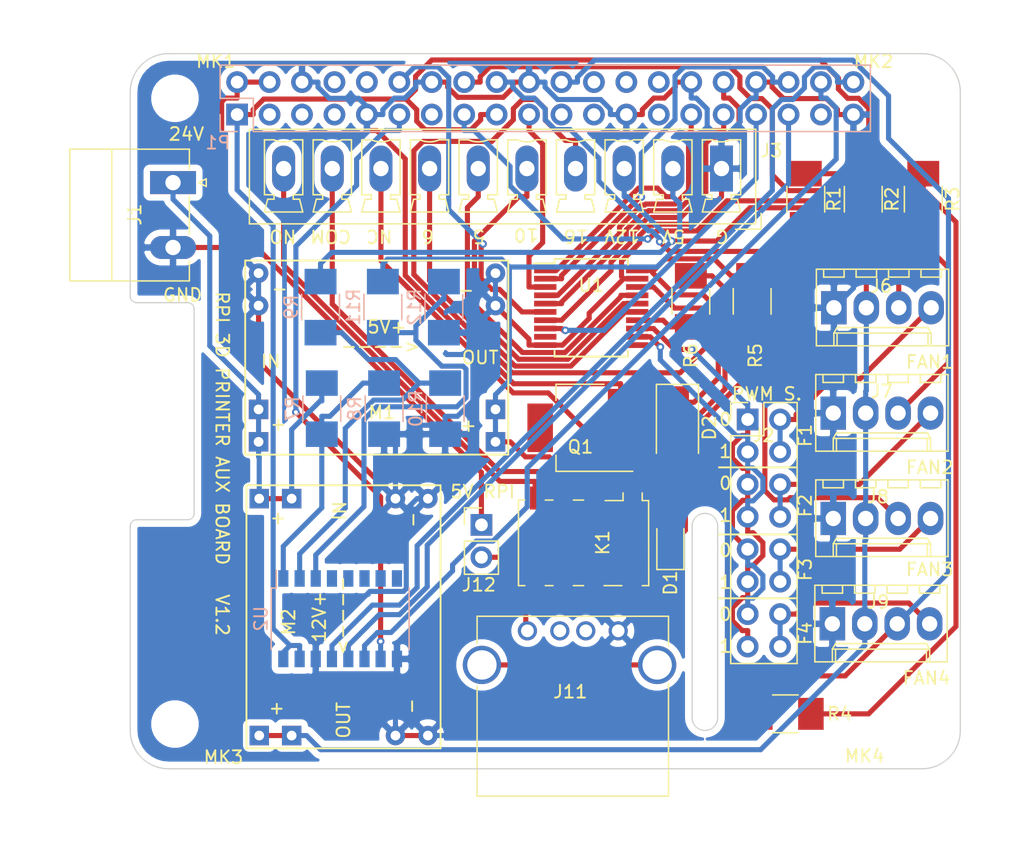
<source format=kicad_pcb>
(kicad_pcb (version 20171130) (host pcbnew "(5.1.8)-1")
  (title_block (date "15 nov 2012"))
  (layers (0 F.Cu signal) (31 B.Cu signal) (34 B.Paste user) (35 F.Paste user) (36 B.SilkS user) (37 F.SilkS user) (38 B.Mask user) (39 F.Mask user) (44 Edge.Cuts user))
  (net 0 "")
  (net 1 +3V3)
  (net 2 GND)
  (net 3 /ID_SD)
  (net 4 /ID_SC)
  (net 5 "/GPIO2(SDA1)")
  (net 6 "/GPIO3(SCL1)")
  (net 7 "/GPIO4(GCLK)")
  (net 8 "/GPIO14(TXD0)")
  (net 9 "/GPIO15(RXD0)")
  (net 10 "/GPIO9(SPI0_MISO)")
  (net 11 "/GPIO11(SPI0_SCK)")
  (net 12 "/GPIO8(SPI0_CE_N)")
  (net 13 "/GPIO7(SPI1_CE_N)")
  (net 14 +24V)
  (net 15 "Net-(U1-Pad11)")
  (net 16 "Net-(U1-Pad9)")
  (net 17 "Net-(J11-Pad3)")
  (net 18 "Net-(J11-Pad2)")
  (net 19 "Net-(J11-Pad5)")
  (net 20 "Net-(J12-Pad1)")
  (net 21 "Net-(D1-Pad1)")
  (net 22 "Net-(D1-Pad2)")
  (net 23 NC)
  (net 24 COM)
  (net 25 NO)
  (net 26 "Net-(Q1-Pad1)")
  (net 27 RELAY)
  (net 28 "Net-(K1-Pad5)")
  (net 29 "Net-(K1-Pad6)")
  (net 30 "Net-(K1-Pad7)")
  (net 31 +5V)
  (net 32 PWM0-5V)
  (net 33 FAN1-PWM)
  (net 34 PWM1-5V)
  (net 35 FAN2-PWM)
  (net 36 FAN3-PWM)
  (net 37 FAN4-PWM)
  (net 38 +12V)
  (net 39 FAN1-RPM)
  (net 40 FAN2-RPM)
  (net 41 FAN3-RPM)
  (net 42 FAN4-RPM)
  (net 43 B1)
  (net 44 B2)
  (net 45 B3)
  (net 46 B4)
  (net 47 GPIO18)
  (net 48 GPI010)
  (net 49 GPIO5)
  (net 50 GPIO6)
  (net 51 PWM0)
  (net 52 PWM1)
  (net 53 GPIO17)
  (net 54 "/GPIO27(GEN2)")
  (net 55 MISO)
  (net 56 GPIO16)
  (net 57 /GPIO26)
  (net 58 MOSI)
  (net 59 SCLK)
  (net 60 "Net-(R7-Pad2)")
  (net 61 "Net-(R10-Pad1)")
  (net 62 "Net-(R11-Pad2)")
  (net 63 "Net-(U2-Pad4)")
  (net 64 "Net-(U2-Pad5)")
  (net 65 "Net-(U2-Pad6)")
  (net 66 "Net-(U2-Pad7)")
  (net 67 "Net-(U2-Pad8)")
  (module Connectors_Phoenix:PhoenixContact_MCV-G_10x3.81mm_Vertical (layer F.Cu) (at 246.3 103 180)
    (fp_text reference J3 (at -3.9 1.4) (layer F.SilkS))
    (fp_text value Conn_01x10_Male)
    (pad 1 thru_hole rect (at 0 0 180) (size 1.8 3.6) (drill 1.2) (layers *.Cu *.Mask) (net 2 GND))
    (pad 2 thru_hole oval (at 3.81 0 180) (size 1.8 3.6) (drill 1.2) (layers *.Cu *.Mask) (net 31 +5V))
    (pad 3 thru_hole oval (at 7.62 0 180) (size 1.8 3.6) (drill 1.2) (layers *.Cu *.Mask) (net 38 +12V))
    (pad 4 thru_hole oval (at 11.43 0 180) (size 1.8 3.6) (drill 1.2) (layers *.Cu *.Mask) (net 43 B1))
    (pad 5 thru_hole oval (at 15.24 0 180) (size 1.8 3.6) (drill 1.2) (layers *.Cu *.Mask) (net 44 B2))
    (pad 6 thru_hole oval (at 19.05 0 180) (size 1.8 3.6) (drill 1.2) (layers *.Cu *.Mask) (net 45 B3))
    (pad 7 thru_hole oval (at 22.86 0 180) (size 1.8 3.6) (drill 1.2) (layers *.Cu *.Mask) (net 46 B4))
    (pad 8 thru_hole oval (at 26.67 0 180) (size 1.8 3.6) (drill 1.2) (layers *.Cu *.Mask) (net 23 NC))
    (pad 9 thru_hole oval (at 30.48 0 180) (size 1.8 3.6) (drill 1.2) (layers *.Cu *.Mask) (net 24 COM))
    (pad 10 thru_hole oval (at 34.29 0 180) (size 1.8 3.6) (drill 1.2) (layers *.Cu *.Mask) (net 25 NO))
  )
  (module Housings_SSOP:SOP-16_4.4x10.4mm_Pitch1.27mm (layer B.Cu) (at 216.435 138.25 270)
    (fp_text reference U2 (at 0 6.2 270) (layer B.SilkS) (effects (justify mirror)))
    (fp_text value MCP3008)
    (pad 1 smd rect (at -3.15 4.45 270) (size 1.3 0.8) (layers B.Cu B.Paste B.Mask) (net 60 "Net-(R7-Pad2)"))
    (pad 2 smd rect (at -3.15 3.17 270) (size 1.3 0.8) (layers B.Cu B.Paste B.Mask) (net 61 "Net-(R10-Pad1)"))
    (pad 3 smd rect (at -3.15 1.91 270) (size 1.3 0.8) (layers B.Cu B.Paste B.Mask) (net 62 "Net-(R11-Pad2)"))
    (pad 4 smd rect (at -3.15 0.64 270) (size 1.3 0.8) (layers B.Cu B.Paste B.Mask) (net 63 "Net-(U2-Pad4)"))
    (pad 5 smd rect (at -3.15 -0.64 270) (size 1.3 0.8) (layers B.Cu B.Paste B.Mask) (net 64 "Net-(U2-Pad5)"))
    (pad 6 smd rect (at -3.15 -1.91 270) (size 1.3 0.8) (layers B.Cu B.Paste B.Mask) (net 65 "Net-(U2-Pad6)"))
    (pad 7 smd rect (at -3.15 -3.17 270) (size 1.3 0.8) (layers B.Cu B.Paste B.Mask) (net 66 "Net-(U2-Pad7)"))
    (pad 8 smd rect (at -3.15 -4.45 270) (size 1.3 0.8) (layers B.Cu B.Paste B.Mask) (net 67 "Net-(U2-Pad8)"))
    (pad 9 smd rect (at 3.15 -4.45 270) (size 1.3 0.8) (layers B.Cu B.Paste B.Mask) (net 2 GND))
    (pad 10 smd rect (at 3.15 -3.17 270) (size 1.3 0.8) (layers B.Cu B.Paste B.Mask) (net 53 GPIO17))
    (pad 11 smd rect (at 3.15 -1.91 270) (size 1.3 0.8) (layers B.Cu B.Paste B.Mask) (net 58 MOSI))
    (pad 12 smd rect (at 3.15 -0.64 270) (size 1.3 0.8) (layers B.Cu B.Paste B.Mask) (net 55 MISO))
    (pad 13 smd rect (at 3.15 0.64 270) (size 1.3 0.8) (layers B.Cu B.Paste B.Mask) (net 59 SCLK))
    (pad 14 smd rect (at 3.15 1.91 270) (size 1.3 0.8) (layers B.Cu B.Paste B.Mask) (net 2 GND))
    (pad 15 smd rect (at 3.15 3.17 270) (size 1.3 0.8) (layers B.Cu B.Paste B.Mask) (net 1 +3V3))
    (pad 16 smd rect (at 3.15 4.45 270) (size 1.3 0.8) (layers B.Cu B.Paste B.Mask) (net 1 +3V3))
  )
  (module Resistors_SMD:R_1210_HandSoldering (layer B.Cu) (at 224.56 113.85 270)
    (fp_text reference R12 (at 0 2.3 270) (layer B.SilkS) (effects (justify mirror)))
    (fp_text value 10K)
    (pad 1 smd rect (at -2 0 270) (size 2 2.5) (layers B.Cu B.Paste B.Mask) (net 62 "Net-(R11-Pad2)"))
    (pad 2 smd rect (at 2 0 270) (size 2 2.5) (layers B.Cu B.Paste B.Mask) (net 2 GND))
  )
  (module Resistors_SMD:R_1210_HandSoldering (layer B.Cu) (at 219.78 113.85 270)
    (fp_text reference R11 (at 0 2.3 270) (layer B.SilkS) (effects (justify mirror)))
    (fp_text value 100K)
    (pad 1 smd rect (at -2 0 270) (size 2 2.5) (layers B.Cu B.Paste B.Mask) (net 31 +5V))
    (pad 2 smd rect (at 2 0 270) (size 2 2.5) (layers B.Cu B.Paste B.Mask) (net 62 "Net-(R11-Pad2)"))
  )
  (module Resistors_SMD:R_1210_HandSoldering (layer B.Cu) (at 224.66 121.8 270)
    (fp_text reference R10 (at 0 2.3 270) (layer B.SilkS) (effects (justify mirror)))
    (fp_text value 10K)
    (pad 1 smd rect (at -2 0 270) (size 2 2.5) (layers B.Cu B.Paste B.Mask) (net 61 "Net-(R10-Pad1)"))
    (pad 2 smd rect (at 2 0 270) (size 2 2.5) (layers B.Cu B.Paste B.Mask) (net 2 GND))
  )
  (module Resistors_SMD:R_1210_HandSoldering (layer B.Cu) (at 214.9 113.85 270)
    (fp_text reference R9 (at 0 2.3 270) (layer B.SilkS) (effects (justify mirror)))
    (fp_text value 100K)
    (pad 1 smd rect (at -2 0 270) (size 2 2.5) (layers B.Cu B.Paste B.Mask) (net 38 +12V))
    (pad 2 smd rect (at 2 0 270) (size 2 2.5) (layers B.Cu B.Paste B.Mask) (net 61 "Net-(R10-Pad1)"))
  )
  (module Resistors_SMD:R_1210_HandSoldering (layer B.Cu) (at 219.88 121.8 270)
    (fp_text reference R8 (at 0 2.3 270) (layer B.SilkS) (effects (justify mirror)))
    (fp_text value 10K)
    (pad 1 smd rect (at -2 0 270) (size 2 2.5) (layers B.Cu B.Paste B.Mask) (net 60 "Net-(R7-Pad2)"))
    (pad 2 smd rect (at 2 0 270) (size 2 2.5) (layers B.Cu B.Paste B.Mask) (net 2 GND))
  )
  (module Resistors_SMD:R_1210_HandSoldering (layer B.Cu) (at 215 121.8 270)
    (fp_text reference R7 (at 0 2.3 270) (layer B.SilkS) (effects (justify mirror)))
    (fp_text value 100K)
    (pad 1 smd rect (at -2 0 270) (size 2 2.5) (layers B.Cu B.Paste B.Mask) (net 14 +24V))
    (pad 2 smd rect (at 2 0 270) (size 2 2.5) (layers B.Cu B.Paste B.Mask) (net 60 "Net-(R7-Pad2)"))
  )
  (module Diodes_SMD:D_SMA (layer F.Cu) (at 242.85 123.3 270)
    (fp_text reference D2 (at 0 -2.5 90) (layer F.SilkS))
    (fp_text value D)
    (pad 1 smd rect (at -2 0 270) (size 2.5 1.8) (layers F.Cu F.Paste F.Mask) (net 31 +5V))
    (pad 2 smd rect (at 2 0 270) (size 2.5 1.8) (layers F.Cu F.Paste F.Mask) (net 21 "Net-(D1-Pad1)"))
  )
  (module Pin_Headers:Pin_Header_Straight_2x08_Pitch2.54mm (layer F.Cu) (at 248.35 122.65)
    (fp_text reference J2 (at 1.25 1.25) (layer F.SilkS))
    (fp_text value Conn_02x08_Odd_Even)
    (pad 1 thru_hole rect (at 0 0) (size 1.7 1.7) (drill 1) (layers *.Cu *.Mask) (net 32 PWM0-5V))
    (pad 2 thru_hole oval (at 2.54 0) (size 1.7 1.7) (drill 1) (layers *.Cu *.Mask) (net 33 FAN1-PWM))
    (pad 3 thru_hole oval (at 0 2.54) (size 1.7 1.7) (drill 1) (layers *.Cu *.Mask) (net 34 PWM1-5V))
    (pad 4 thru_hole oval (at 2.54 2.54) (size 1.7 1.7) (drill 1) (layers *.Cu *.Mask) (net 33 FAN1-PWM))
    (pad 5 thru_hole oval (at 0 5.08) (size 1.7 1.7) (drill 1) (layers *.Cu *.Mask) (net 32 PWM0-5V))
    (pad 6 thru_hole oval (at 2.54 5.08) (size 1.7 1.7) (drill 1) (layers *.Cu *.Mask) (net 35 FAN2-PWM))
    (pad 7 thru_hole oval (at 0 7.62) (size 1.7 1.7) (drill 1) (layers *.Cu *.Mask) (net 34 PWM1-5V))
    (pad 8 thru_hole oval (at 2.54 7.62) (size 1.7 1.7) (drill 1) (layers *.Cu *.Mask) (net 35 FAN2-PWM))
    (pad 9 thru_hole oval (at 0 10.16) (size 1.7 1.7) (drill 1) (layers *.Cu *.Mask) (net 32 PWM0-5V))
    (pad 10 thru_hole oval (at 2.54 10.16) (size 1.7 1.7) (drill 1) (layers *.Cu *.Mask) (net 36 FAN3-PWM))
    (pad 11 thru_hole oval (at 0 12.7) (size 1.7 1.7) (drill 1) (layers *.Cu *.Mask) (net 34 PWM1-5V))
    (pad 12 thru_hole oval (at 2.54 12.7) (size 1.7 1.7) (drill 1) (layers *.Cu *.Mask) (net 36 FAN3-PWM))
    (pad 13 thru_hole oval (at 0 15.24) (size 1.7 1.7) (drill 1) (layers *.Cu *.Mask) (net 32 PWM0-5V))
    (pad 14 thru_hole oval (at 2.54 15.24) (size 1.7 1.7) (drill 1) (layers *.Cu *.Mask) (net 37 FAN4-PWM))
    (pad 15 thru_hole oval (at 0 17.78) (size 1.7 1.7) (drill 1) (layers *.Cu *.Mask) (net 34 PWM1-5V))
    (pad 16 thru_hole oval (at 2.54 17.78) (size 1.7 1.7) (drill 1) (layers *.Cu *.Mask) (net 37 FAN4-PWM))
  )
  (module TO_SOT_Packages_SMD:SOT-223 (layer F.Cu) (at 235.25 123.3 180)
    (fp_text reference Q1 (at 0 -1.5) (layer F.SilkS))
    (fp_text value 2SD1047)
    (pad 4 smd rect (at 3.15 0 180) (size 2 3.8) (layers F.Cu F.Paste F.Mask))
    (pad 2 smd rect (at -3.15 0 180) (size 2 1.5) (layers F.Cu F.Paste F.Mask) (net 21 "Net-(D1-Pad1)"))
    (pad 3 smd rect (at -3.15 2.3 180) (size 2 1.5) (layers F.Cu F.Paste F.Mask) (net 2 GND))
    (pad 1 smd rect (at -3.15 -2.3 180) (size 2 1.5) (layers F.Cu F.Paste F.Mask) (net 26 "Net-(Q1-Pad1)"))
  )
  (module Relay_SMD:Relay_DPDT_Omron_G6K-2F-Y (layer F.Cu) (at 235.5 132.3 270)
    (fp_text reference K1 (at 0 -1.5 90) (layer F.SilkS))
    (fp_text value G6K-2)
    (pad 1 smd rect (at -3.5 -3.8 270) (size 1.8 0.8) (layers F.Cu F.Paste F.Mask) (net 31 +5V))
    (pad 2 smd rect (at -3.5 -0.6 270) (size 1.8 0.8) (layers F.Cu F.Paste F.Mask) (net 23 NC))
    (pad 3 smd rect (at -3.5 1.6 270) (size 1.8 0.8) (layers F.Cu F.Paste F.Mask) (net 24 COM))
    (pad 4 smd rect (at -3.5 3.8 270) (size 1.8 0.8) (layers F.Cu F.Paste F.Mask) (net 25 NO))
    (pad 5 smd rect (at 3.5 3.8 270) (size 1.8 0.8) (layers F.Cu F.Paste F.Mask) (net 28 "Net-(K1-Pad5)"))
    (pad 6 smd rect (at 3.5 1.6 270) (size 1.8 0.8) (layers F.Cu F.Paste F.Mask) (net 29 "Net-(K1-Pad6)"))
    (pad 7 smd rect (at 3.5 -0.6 270) (size 1.8 0.8) (layers F.Cu F.Paste F.Mask) (net 30 "Net-(K1-Pad7)"))
    (pad 8 smd rect (at 3.5 -3.8 270) (size 1.8 0.8) (layers F.Cu F.Paste F.Mask) (net 21 "Net-(D1-Pad1)"))
  )
  (module Housings_SSOP:SSOP-20_5.3x7.2mm_Pitch0.65mm (layer F.Cu) (at 236.1 113.9)
    (fp_text reference U1 (at 0 -1.75) (layer F.SilkS))
    (fp_text value SN74HCT245)
    (pad 1 smd rect (at -3.6 -2.925) (size 1.75 0.45) (layers F.Cu F.Paste F.Mask) (net 31 +5V))
    (pad 2 smd rect (at -3.6 -2.275) (size 1.75 0.45) (layers F.Cu F.Paste F.Mask) (net 56 GPIO16))
    (pad 3 smd rect (at -3.6 -1.625) (size 1.75 0.45) (layers F.Cu F.Paste F.Mask) (net 48 GPI010))
    (pad 4 smd rect (at -3.6 -0.975) (size 1.75 0.45) (layers F.Cu F.Paste F.Mask) (net 49 GPIO5))
    (pad 5 smd rect (at -3.6 -0.325) (size 1.75 0.45) (layers F.Cu F.Paste F.Mask) (net 50 GPIO6))
    (pad 6 smd rect (at -3.6 0.325) (size 1.75 0.45) (layers F.Cu F.Paste F.Mask) (net 47 GPIO18))
    (pad 7 smd rect (at -3.6 0.975) (size 1.75 0.45) (layers F.Cu F.Paste F.Mask) (net 51 PWM0))
    (pad 8 smd rect (at -3.6 1.625) (size 1.75 0.45) (layers F.Cu F.Paste F.Mask) (net 52 PWM1))
    (pad 9 smd rect (at -3.6 2.275) (size 1.75 0.45) (layers F.Cu F.Paste F.Mask) (net 16 "Net-(U1-Pad9)"))
    (pad 10 smd rect (at -3.6 2.925) (size 1.75 0.45) (layers F.Cu F.Paste F.Mask) (net 2 GND))
    (pad 11 smd rect (at 3.6 2.925) (size 1.75 0.45) (layers F.Cu F.Paste F.Mask) (net 15 "Net-(U1-Pad11)"))
    (pad 12 smd rect (at 3.6 2.275) (size 1.75 0.45) (layers F.Cu F.Paste F.Mask) (net 34 PWM1-5V))
    (pad 13 smd rect (at 3.6 1.625) (size 1.75 0.45) (layers F.Cu F.Paste F.Mask) (net 32 PWM0-5V))
    (pad 14 smd rect (at 3.6 0.975) (size 1.75 0.45) (layers F.Cu F.Paste F.Mask) (net 27 RELAY))
    (pad 15 smd rect (at 3.6 0.325) (size 1.75 0.45) (layers F.Cu F.Paste F.Mask) (net 46 B4))
    (pad 16 smd rect (at 3.6 -0.325) (size 1.75 0.45) (layers F.Cu F.Paste F.Mask) (net 45 B3))
    (pad 17 smd rect (at 3.6 -0.975) (size 1.75 0.45) (layers F.Cu F.Paste F.Mask) (net 44 B2))
    (pad 18 smd rect (at 3.6 -1.625) (size 1.75 0.45) (layers F.Cu F.Paste F.Mask) (net 43 B1))
    (pad 19 smd rect (at 3.6 -2.275) (size 1.75 0.45) (layers F.Cu F.Paste F.Mask) (net 2 GND))
    (pad 20 smd rect (at 3.6 -2.925) (size 1.75 0.45) (layers F.Cu F.Paste F.Mask) (net 31 +5V))
  )
  (module Resistors_SMD:R_1210_HandSoldering (layer F.Cu) (at 243.9 113.4 270)
    (fp_text reference R6 (at 4.25 0 90) (layer F.SilkS))
    (fp_text value 1K)
    (pad 1 smd rect (at -2 0 270) (size 2 2.5) (layers F.Cu F.Paste F.Mask) (net 26 "Net-(Q1-Pad1)"))
    (pad 2 smd rect (at 2 0 270) (size 2 2.5) (layers F.Cu F.Paste F.Mask) (net 27 RELAY))
  )
  (module Resistors_SMD:R_1210_HandSoldering (layer F.Cu) (at 248.7 113.4 270)
    (fp_text reference R5 (at 4.25 -0.25 90) (layer F.SilkS))
    (fp_text value 1K)
    (pad 1 smd rect (at -2 0 270) (size 2 2.5) (layers F.Cu F.Paste F.Mask) (net 31 +5V))
    (pad 2 smd rect (at 2 0 270) (size 2 2.5) (layers F.Cu F.Paste F.Mask) (net 22 "Net-(D1-Pad2)"))
  )
  (module Resistors_SMD:R_1210_HandSoldering (layer F.Cu) (at 251.3 145.7 180)
    (fp_text reference R4 (at -4.25 0) (layer F.SilkS))
    (fp_text value 2.2K)
    (pad 1 smd rect (at -2 0 180) (size 2 2.5) (layers F.Cu F.Paste F.Mask) (net 1 +3V3))
    (pad 2 smd rect (at 2 0 180) (size 2 2.5) (layers F.Cu F.Paste F.Mask) (net 42 FAN4-RPM))
  )
  (module Resistors_SMD:R_1210_HandSoldering (layer F.Cu) (at 262.1 105.4 270)
    (fp_text reference R3 (at 0 -2.3 90) (layer F.SilkS))
    (fp_text value 2.2K)
    (pad 1 smd rect (at -2 0 270) (size 2 2.5) (layers F.Cu F.Paste F.Mask) (net 1 +3V3))
    (pad 2 smd rect (at 2 0 270) (size 2 2.5) (layers F.Cu F.Paste F.Mask) (net 40 FAN2-RPM))
  )
  (module Resistors_SMD:R_1210_HandSoldering (layer F.Cu) (at 257.4 105.4 270)
    (fp_text reference R2 (at 0 -2.25 90) (layer F.SilkS))
    (fp_text value 2.2K)
    (pad 1 smd rect (at -2 0 270) (size 2 2.5) (layers F.Cu F.Paste F.Mask) (net 1 +3V3))
    (pad 2 smd rect (at 2 0 270) (size 2 2.5) (layers F.Cu F.Paste F.Mask) (net 39 FAN1-RPM))
  )
  (module Resistors_SMD:R_1210_HandSoldering (layer F.Cu) (at 252.9 105.4 270)
    (fp_text reference R1 (at 0 -2.2 90) (layer F.SilkS))
    (fp_text value 2.2K)
    (pad 1 smd rect (at -2 0 270) (size 2 2.5) (layers F.Cu F.Paste F.Mask) (net 1 +3V3))
    (pad 2 smd rect (at 2 0 270) (size 2 2.5) (layers F.Cu F.Paste F.Mask) (net 41 FAN3-RPM))
  )
  (module Diodes_SMD:D_1206 (layer F.Cu) (at 242.3 132.2 90)
    (fp_text reference D1 (at -3.25 0 90) (layer F.SilkS))
    (fp_text value LED)
    (pad 1 smd rect (at -1.5 0 90) (size 1 1.6) (layers F.Cu F.Paste F.Mask) (net 21 "Net-(D1-Pad1)"))
    (pad 2 smd rect (at 1.5 0 90) (size 1 1.6) (layers F.Cu F.Paste F.Mask) (net 22 "Net-(D1-Pad2)"))
  )
  (module "Techdroid Lib:buck-converter-module" (layer F.Cu) (at 205.1 139.9 90)
    (fp_text reference M2 (at 1.4 7.3 90) (layer F.SilkS))
    (fp_text value 12V)
    (fp_text user OUT (at -6.3 11.6 270) (layer F.SilkS))
    (fp_text user IN (at 10.1 11.3 270) (layer F.SilkS))
    (fp_text user <---- (at 1.9 11.5 270) (layer F.SilkS))
    (fp_text user - (at 9.4 17 270) (layer F.SilkS))
    (fp_text user + (at 9.5 6.4 270) (layer F.SilkS))
    (fp_text user + (at -5.4 6.3 270) (layer F.SilkS))
    (fp_text user - (at -5.2 16.9 270) (layer F.SilkS))
    (pad 3 thru_hole rect (at -7.5 5 90) (size 1.524 1.524) (drill 0.762) (layers *.Cu *.Mask) (net 38 +12V))
    (pad 1 thru_hole rect (at 11.052 5 90) (size 1.524 1.524) (drill 0.762) (layers *.Cu *.Mask) (net 14 +24V))
    (pad 3 thru_hole rect (at -7.5 7.54 90) (size 1.524 1.524) (drill 0.762) (layers *.Cu *.Mask) (net 38 +12V))
    (pad 1 thru_hole rect (at 11.052 7.54 90) (size 1.524 1.524) (drill 0.762) (layers *.Cu *.Mask) (net 14 +24V))
    (pad 4 thru_hole circle (at -7.5 15.668 90) (size 1.524 1.524) (drill 0.762) (layers *.Cu *.Mask) (net 2 GND))
    (pad 2 thru_hole circle (at 11.052 15.668 90) (size 1.524 1.524) (drill 0.762) (layers *.Cu *.Mask) (net 2 GND))
    (pad 4 thru_hole circle (at -7.5 18.208 90) (size 1.524 1.524) (drill 0.762) (layers *.Cu *.Mask) (net 2 GND))
    (pad 2 thru_hole circle (at 11.052 18.208 90) (size 1.524 1.524) (drill 0.762) (layers *.Cu *.Mask) (net 2 GND))
  )
  (module "Techdroid Lib:buck-converter-module" (layer F.Cu) (at 221.1 129.4 180)
    (fp_text reference M1 (at 1.4 7.3) (layer F.SilkS))
    (fp_text value 5V)
    (fp_text user OUT (at -6.3 11.6 180) (layer F.SilkS))
    (fp_text user IN (at 10.1 11.3 180) (layer F.SilkS))
    (fp_text user ----> (at 1.5 12.5 180) (layer F.SilkS))
    (fp_text user - (at 9.4 17 180) (layer F.SilkS))
    (fp_text user + (at 9.5 6.4 180) (layer F.SilkS))
    (fp_text user + (at -5.4 6.3 180) (layer F.SilkS))
    (fp_text user - (at -5.2 16.9 180) (layer F.SilkS))
    (pad 3 thru_hole rect (at -7.5 5 180) (size 1.524 1.524) (drill 0.762) (layers *.Cu *.Mask) (net 31 +5V))
    (pad 1 thru_hole rect (at 11.052 5 180) (size 1.524 1.524) (drill 0.762) (layers *.Cu *.Mask) (net 14 +24V))
    (pad 3 thru_hole rect (at -7.5 7.54 180) (size 1.524 1.524) (drill 0.762) (layers *.Cu *.Mask) (net 31 +5V))
    (pad 1 thru_hole rect (at 11.052 7.54 180) (size 1.524 1.524) (drill 0.762) (layers *.Cu *.Mask) (net 14 +24V))
    (pad 4 thru_hole circle (at -7.5 15.668 180) (size 1.524 1.524) (drill 0.762) (layers *.Cu *.Mask) (net 2 GND))
    (pad 2 thru_hole circle (at 11.052 15.668 180) (size 1.524 1.524) (drill 0.762) (layers *.Cu *.Mask) (net 2 GND))
    (pad 4 thru_hole circle (at -7.5 18.208 180) (size 1.524 1.524) (drill 0.762) (layers *.Cu *.Mask) (net 2 GND))
    (pad 2 thru_hole circle (at 11.052 18.208 180) (size 1.524 1.524) (drill 0.762) (layers *.Cu *.Mask) (net 2 GND))
  )
  (module Pin_Headers:Pin_Header_Straight_1x02_Pitch2.54mm (layer F.Cu) (at 227.5 130.9)
    (fp_text reference J12 (at -0.2 4.7) (layer F.SilkS))
    (fp_text value Conn_01x02_Male)
    (pad 1 thru_hole rect (at 0 0) (size 1.7 1.7) (drill 1) (layers *.Cu *.Mask) (net 20 "Net-(J12-Pad1)"))
    (pad 2 thru_hole oval (at 0 2.54) (size 1.7 1.7) (drill 1) (layers *.Cu *.Mask) (net 31 +5V))
  )
  (module Connectors:USB_A (layer F.Cu) (at 231.1 139.2)
    (fp_text reference J11 (at 3.36 4.77) (layer F.SilkS))
    (fp_text value USB_A)
    (pad 4 thru_hole circle (at 7.11 0 270) (size 1.5 1.5) (drill 1) (layers *.Cu *.Mask) (net 2 GND))
    (pad 3 thru_hole circle (at 4.57 0 270) (size 1.5 1.5) (drill 1) (layers *.Cu *.Mask) (net 17 "Net-(J11-Pad3)"))
    (pad 2 thru_hole circle (at 2.54 0 270) (size 1.5 1.5) (drill 1) (layers *.Cu *.Mask) (net 18 "Net-(J11-Pad2)"))
    (pad 1 thru_hole circle (at 0 0 270) (size 1.5 1.5) (drill 1) (layers *.Cu *.Mask) (net 31 +5V))
    (pad 5 thru_hole circle (at 10.16 2.67 270) (size 3 3) (drill 2.3) (layers *.Cu *.Mask) (net 19 "Net-(J11-Pad5)"))
    (pad 5 thru_hole circle (at -3.56 2.67 270) (size 3 3) (drill 2.3) (layers *.Cu *.Mask) (net 19 "Net-(J11-Pad5)"))
  )
  (module Connectors_Molex:Molex_KK-6410-04_04x2.54mm_Straight (layer F.Cu) (at 254.98 138.65)
    (fp_text reference J9 (at 3.6 -1.7) (layer F.SilkS))
    (fp_text value FAN4)
    (pad 1 thru_hole rect (at 0 0) (size 2 2.6) (drill 1.2) (layers *.Cu *.Mask) (net 2 GND))
    (pad 2 thru_hole oval (at 2.54 0) (size 2 2.6) (drill 1.2) (layers *.Cu *.Mask) (net 38 +12V))
    (pad 3 thru_hole oval (at 5.08 0) (size 2 2.6) (drill 1.2) (layers *.Cu *.Mask) (net 42 FAN4-RPM))
    (pad 4 thru_hole oval (at 7.62 0) (size 2 2.6) (drill 1.2) (layers *.Cu *.Mask) (net 37 FAN4-PWM))
  )
  (module Connectors_Molex:Molex_KK-6410-04_04x2.54mm_Straight (layer F.Cu) (at 255.05 130.4)
    (fp_text reference J8 (at 3.5 -1.7) (layer F.SilkS))
    (fp_text value FAN3)
    (pad 1 thru_hole rect (at 0 0) (size 2 2.6) (drill 1.2) (layers *.Cu *.Mask) (net 2 GND))
    (pad 2 thru_hole oval (at 2.54 0) (size 2 2.6) (drill 1.2) (layers *.Cu *.Mask) (net 38 +12V))
    (pad 3 thru_hole oval (at 5.08 0) (size 2 2.6) (drill 1.2) (layers *.Cu *.Mask) (net 41 FAN3-RPM))
    (pad 4 thru_hole oval (at 7.62 0) (size 2 2.6) (drill 1.2) (layers *.Cu *.Mask) (net 36 FAN3-PWM))
  )
  (module Connectors_Molex:Molex_KK-6410-04_04x2.54mm_Straight (layer F.Cu) (at 255.05 122.15)
    (fp_text reference J7 (at 3.8 -1.7) (layer F.SilkS))
    (fp_text value FAN2)
    (pad 1 thru_hole rect (at 0 0) (size 2 2.6) (drill 1.2) (layers *.Cu *.Mask) (net 2 GND))
    (pad 2 thru_hole oval (at 2.54 0) (size 2 2.6) (drill 1.2) (layers *.Cu *.Mask) (net 38 +12V))
    (pad 3 thru_hole oval (at 5.08 0) (size 2 2.6) (drill 1.2) (layers *.Cu *.Mask) (net 40 FAN2-RPM))
    (pad 4 thru_hole oval (at 7.62 0) (size 2 2.6) (drill 1.2) (layers *.Cu *.Mask) (net 35 FAN2-PWM))
  )
  (module Connectors_Molex:Molex_KK-6410-04_04x2.54mm_Straight (layer F.Cu) (at 255.1 113.9)
    (fp_text reference J6 (at 3.7 -1.7) (layer F.SilkS))
    (fp_text value FAN1)
    (pad 1 thru_hole rect (at 0 0) (size 2 2.6) (drill 1.2) (layers *.Cu *.Mask) (net 2 GND))
    (pad 2 thru_hole oval (at 2.54 0) (size 2 2.6) (drill 1.2) (layers *.Cu *.Mask) (net 38 +12V))
    (pad 3 thru_hole oval (at 5.08 0) (size 2 2.6) (drill 1.2) (layers *.Cu *.Mask) (net 39 FAN1-RPM))
    (pad 4 thru_hole oval (at 7.62 0) (size 2 2.6) (drill 1.2) (layers *.Cu *.Mask) (net 33 FAN1-PWM))
  )
  (module Connectors_Phoenix:PhoenixContact_MC-G_02x5.08mm_Angled (layer F.Cu) (at 203.35 104.1 270)
    (fp_text reference J1 (at 2.5 3 90) (layer F.SilkS))
    (fp_text value "PWR IN")
    (pad 1 thru_hole rect (at 0 0 270) (size 1.8 3.6) (drill 1.2) (layers *.Cu *.Mask) (net 14 +24V))
    (pad 2 thru_hole oval (at 5.08 0 270) (size 1.8 3.6) (drill 1.2) (layers *.Cu *.Mask) (net 2 GND))
  )
  (module Connector_PinSocket_2.54mm:PinSocket_2x20_P2.54mm_Vertical (layer B.Cu) (at 208.37 98.77 270)
    (fp_text reference P1 (at 2.208 1.512) (layer B.SilkS) (effects (justify mirror)))
    (fp_text value Conn_02x20_Odd_Even)
    (pad 1 thru_hole rect (at 0 0 270) (size 1.7 1.7) (drill 1) (layers *.Cu *.Mask) (net 1 +3V3))
    (pad 2 thru_hole oval (at -2.54 0 270) (size 1.7 1.7) (drill 1) (layers *.Cu *.Mask) (net 20 "Net-(J12-Pad1)"))
    (pad 3 thru_hole oval (at 0 -2.54 270) (size 1.7 1.7) (drill 1) (layers *.Cu *.Mask) (net 5 "/GPIO2(SDA1)"))
    (pad 4 thru_hole oval (at -2.54 -2.54 270) (size 1.7 1.7) (drill 1) (layers *.Cu *.Mask) (net 20 "Net-(J12-Pad1)"))
    (pad 5 thru_hole oval (at 0 -5.08 270) (size 1.7 1.7) (drill 1) (layers *.Cu *.Mask) (net 6 "/GPIO3(SCL1)"))
    (pad 6 thru_hole oval (at -2.54 -5.08 270) (size 1.7 1.7) (drill 1) (layers *.Cu *.Mask) (net 2 GND))
    (pad 7 thru_hole oval (at 0 -7.62 270) (size 1.7 1.7) (drill 1) (layers *.Cu *.Mask) (net 7 "/GPIO4(GCLK)"))
    (pad 8 thru_hole oval (at -2.54 -7.62 270) (size 1.7 1.7) (drill 1) (layers *.Cu *.Mask) (net 8 "/GPIO14(TXD0)"))
    (pad 9 thru_hole oval (at 0 -10.16 270) (size 1.7 1.7) (drill 1) (layers *.Cu *.Mask) (net 2 GND))
    (pad 10 thru_hole oval (at -2.54 -10.16 270) (size 1.7 1.7) (drill 1) (layers *.Cu *.Mask) (net 9 "/GPIO15(RXD0)"))
    (pad 11 thru_hole oval (at 0 -12.7 270) (size 1.7 1.7) (drill 1) (layers *.Cu *.Mask) (net 53 GPIO17))
    (pad 12 thru_hole oval (at -2.54 -12.7 270) (size 1.7 1.7) (drill 1) (layers *.Cu *.Mask) (net 47 GPIO18))
    (pad 13 thru_hole oval (at 0 -15.24 270) (size 1.7 1.7) (drill 1) (layers *.Cu *.Mask) (net 54 "/GPIO27(GEN2)"))
    (pad 14 thru_hole oval (at -2.54 -15.24 270) (size 1.7 1.7) (drill 1) (layers *.Cu *.Mask) (net 2 GND))
    (pad 15 thru_hole oval (at 0 -17.78 270) (size 1.7 1.7) (drill 1) (layers *.Cu *.Mask) (net 39 FAN1-RPM))
    (pad 16 thru_hole oval (at -2.54 -17.78 270) (size 1.7 1.7) (drill 1) (layers *.Cu *.Mask) (net 40 FAN2-RPM))
    (pad 17 thru_hole oval (at 0 -20.32 270) (size 1.7 1.7) (drill 1) (layers *.Cu *.Mask) (net 1 +3V3))
    (pad 18 thru_hole oval (at -2.54 -20.32 270) (size 1.7 1.7) (drill 1) (layers *.Cu *.Mask) (net 41 FAN3-RPM))
    (pad 19 thru_hole oval (at 0 -22.86 270) (size 1.7 1.7) (drill 1) (layers *.Cu *.Mask) (net 48 GPI010))
    (pad 20 thru_hole oval (at -2.54 -22.86 270) (size 1.7 1.7) (drill 1) (layers *.Cu *.Mask) (net 2 GND))
    (pad 21 thru_hole oval (at 0 -25.4 270) (size 1.7 1.7) (drill 1) (layers *.Cu *.Mask) (net 10 "/GPIO9(SPI0_MISO)"))
    (pad 22 thru_hole oval (at -2.54 -25.4 270) (size 1.7 1.7) (drill 1) (layers *.Cu *.Mask) (net 42 FAN4-RPM))
    (pad 23 thru_hole oval (at 0 -27.94 270) (size 1.7 1.7) (drill 1) (layers *.Cu *.Mask) (net 11 "/GPIO11(SPI0_SCK)"))
    (pad 24 thru_hole oval (at -2.54 -27.94 270) (size 1.7 1.7) (drill 1) (layers *.Cu *.Mask) (net 12 "/GPIO8(SPI0_CE_N)"))
    (pad 25 thru_hole oval (at 0 -30.48 270) (size 1.7 1.7) (drill 1) (layers *.Cu *.Mask) (net 2 GND))
    (pad 26 thru_hole oval (at -2.54 -30.48 270) (size 1.7 1.7) (drill 1) (layers *.Cu *.Mask) (net 13 "/GPIO7(SPI1_CE_N)"))
    (pad 27 thru_hole oval (at 0 -33.02 270) (size 1.7 1.7) (drill 1) (layers *.Cu *.Mask) (net 3 /ID_SD))
    (pad 28 thru_hole oval (at -2.54 -33.02 270) (size 1.7 1.7) (drill 1) (layers *.Cu *.Mask) (net 4 /ID_SC))
    (pad 29 thru_hole oval (at 0 -35.56 270) (size 1.7 1.7) (drill 1) (layers *.Cu *.Mask) (net 49 GPIO5))
    (pad 30 thru_hole oval (at -2.54 -35.56 270) (size 1.7 1.7) (drill 1) (layers *.Cu *.Mask) (net 2 GND))
    (pad 31 thru_hole oval (at 0 -38.1 270) (size 1.7 1.7) (drill 1) (layers *.Cu *.Mask) (net 50 GPIO6))
    (pad 32 thru_hole oval (at -2.54 -38.1 270) (size 1.7 1.7) (drill 1) (layers *.Cu *.Mask) (net 51 PWM0))
    (pad 33 thru_hole oval (at 0 -40.64 270) (size 1.7 1.7) (drill 1) (layers *.Cu *.Mask) (net 52 PWM1))
    (pad 34 thru_hole oval (at -2.54 -40.64 270) (size 1.7 1.7) (drill 1) (layers *.Cu *.Mask) (net 2 GND))
    (pad 35 thru_hole oval (at 0 -43.18 270) (size 1.7 1.7) (drill 1) (layers *.Cu *.Mask) (net 55 MISO))
    (pad 36 thru_hole oval (at -2.54 -43.18 270) (size 1.7 1.7) (drill 1) (layers *.Cu *.Mask) (net 56 GPIO16))
    (pad 37 thru_hole oval (at 0 -45.72 270) (size 1.7 1.7) (drill 1) (layers *.Cu *.Mask) (net 57 /GPIO26))
    (pad 38 thru_hole oval (at -2.54 -45.72 270) (size 1.7 1.7) (drill 1) (layers *.Cu *.Mask) (net 58 MOSI))
    (pad 39 thru_hole oval (at 0 -48.26 270) (size 1.7 1.7) (drill 1) (layers *.Cu *.Mask) (net 2 GND))
    (pad 40 thru_hole oval (at -2.54 -48.26 270) (size 1.7 1.7) (drill 1) (layers *.Cu *.Mask) (net 59 SCLK))
  )
  (module MountingHole:MountingHole_2.7mm_M2.5 (layer F.Cu) (at 261.5 146.5)
    (fp_text reference MK4 (at -4 2.5) (layer F.SilkS))
    (fp_text value M2.5)
    (pad 1 np_thru_hole circle (at 0 0) (size 2.7 2.7) (drill 2.7) (layers *.Cu *.Mask))
  )
  (module MountingHole:MountingHole_2.7mm_M2.5 (layer F.Cu) (at 203.5 146.5)
    (fp_text reference MK3 (at 3.8 2.6) (layer F.SilkS))
    (fp_text value M2.5)
    (pad 1 np_thru_hole circle (at 0 0) (size 2.7 2.7) (drill 2.7) (layers *.Cu *.Mask))
  )
  (module MountingHole:MountingHole_2.7mm_M2.5 (layer F.Cu) (at 261.5 97.5 180)
    (fp_text reference MK2 (at 3.3 2.9 180) (layer F.SilkS))
    (fp_text value M2.5)
    (pad 1 np_thru_hole circle (at 0 0 180) (size 2.7 2.7) (drill 2.7) (layers *.Cu *.Mask))
  )
  (module MountingHole:MountingHole_2.7mm_M2.5 (layer F.Cu) (at 203.5 97.5 180)
    (fp_text reference MK1 (at -3.2 2.9 180) (layer F.SilkS))
    (fp_text value M2.5)
    (pad 1 np_thru_hole circle (at 0 0 180) (size 2.7 2.7) (drill 2.7) (layers *.Cu *.Mask))
  )
  (gr_text "PWM S." (at 249.85 120.65) (layer F.SilkS) (effects (font (size 1 1))))
  (gr_text F4 (at 252.85 139.4 90) (layer F.SilkS) (effects (font (size 1 1))))
  (gr_text F3 (at 252.85 134.4 90) (layer F.SilkS) (effects (font (size 1 1))))
  (gr_text F2 (at 252.85 129.4 90) (layer F.SilkS) (effects (font (size 1 1))))
  (gr_text F1 (at 252.85 123.9 90) (layer F.SilkS) (effects (font (size 1 1))))
  (gr_line (start 246.1 136.65) (end 252.1 136.65) (layer F.SilkS) (width 0.1524))
  (gr_line (start 246.1 131.65) (end 252.1 131.65) (layer F.SilkS) (width 0.1524))
  (gr_line (start 246.1 126.4) (end 252.1 126.4) (layer F.SilkS) (width 0.1524))
  (gr_text 0 (at 246.6 137.9) (layer F.SilkS) (effects (font (size 1 1))))
  (gr_text 1 (at 246.6 140.4) (layer F.SilkS) (effects (font (size 1 1))))
  (gr_text 0 (at 246.6 132.9) (layer F.SilkS) (effects (font (size 1 1))))
  (gr_text 1 (at 246.6 135.4) (layer F.SilkS) (effects (font (size 1 1))))
  (gr_text 0 (at 246.6 127.65) (layer F.SilkS) (effects (font (size 1 1))))
  (gr_text 1 (at 246.6 130.15) (layer F.SilkS) (effects (font (size 1 1))))
  (gr_text 1 (at 246.6 125.15) (layer F.SilkS) (effects (font (size 1 1))))
  (gr_text 0 (at 246.6 122.65) (layer F.SilkS) (effects (font (size 1 1))))
  (gr_text NC (at 219.5 108.3 180) (layer F.SilkS) (effects (font (size 1 1))))
  (gr_text COM (at 215.7 108.3 180) (layer F.SilkS) (effects (font (size 1 1))))
  (gr_text NO (at 211.95 108.3 180) (layer F.SilkS) (effects (font (size 1 1))))
  (gr_text "5V RPI" (at 227.6 128.3) (layer F.SilkS) (effects (font (size 1 1))))
  (gr_text GND (at 204.1 112.9) (layer F.SilkS) (effects (font (size 1 1))))
  (gr_text 24V (at 204.4 100.3) (layer F.SilkS) (effects (font (size 1 1))))
  (gr_text "RPI 3D PRINTER AUX BOARD   V1.2" (at 207.2 126.1 270) (layer F.SilkS) (effects (font (size 1 1))))
  (gr_text 6 (at 223.3 108.3 180) (layer F.SilkS) (effects (font (size 1 1))))
  (gr_text 5 (at 227.3 108.3 180) (layer F.SilkS) (effects (font (size 1 1))))
  (gr_text 12V (at 238.5 108.3 180) (layer F.SilkS) (effects (font (size 1 1))))
  (gr_text 12V+ (at 214.8 138.1 90) (layer F.SilkS) (effects (font (size 1 1))))
  (gr_text 5V+ (at 220.1 115.4) (layer F.SilkS) (effects (font (size 1 1))))
  (gr_text 10 (at 231 108.2 180) (layer F.SilkS) (effects (font (size 1 1))))
  (gr_text 16 (at 234.9 108.3 180) (layer F.SilkS) (effects (font (size 1 1))))
  (gr_text 5V (at 242.55 108.3 180) (layer F.SilkS) (effects (font (size 1 1))))
  (gr_text G (at 246.35 108.3 180) (layer F.SilkS) (effects (font (size 1 1))))
  (gr_text FAN4 (at 262.35 142.9) (layer F.SilkS) (effects (font (size 1 1))))
  (gr_text FAN3 (at 262.6 134.4) (layer F.SilkS) (effects (font (size 1 1))))
  (gr_text FAN2 (at 262.6 126.4) (layer F.SilkS) (effects (font (size 1 1))))
  (gr_text FAN1 (at 262.6 118.15) (layer F.SilkS) (effects (font (size 1 1))))
  (gr_line (start 244 146) (end 244 131) (layer Edge.Cuts) (width 0.1))
  (gr_line (start 246 131) (end 246 146) (layer Edge.Cuts) (width 0.1))
  (gr_arc (start 245 131) (end 244 131) (angle 180) (layer Edge.Cuts) (width 0.1))
  (gr_arc (start 245 146) (end 246 146) (angle 180) (layer Edge.Cuts) (width 0.1))
  (gr_arc (start 200.5 131) (end 200 131) (angle 89.9) (layer Edge.Cuts) (width 0.1))
  (gr_arc (start 204.5 130) (end 205 130) (angle 90) (layer Edge.Cuts) (width 0.1))
  (gr_arc (start 200.5 113) (end 200.5 113.5) (angle 90) (layer Edge.Cuts) (width 0.1))
  (gr_arc (start 204.5 114) (end 204.5 113.5) (angle 90) (layer Edge.Cuts) (width 0.1))
  (gr_line (start 200 97) (end 200 113) (layer Edge.Cuts) (width 0.1))
  (gr_arc (start 262 97) (end 262 94) (angle 90) (layer Edge.Cuts) (width 0.1))
  (gr_arc (start 262 147) (end 265 147) (angle 90) (layer Edge.Cuts) (width 0.1))
  (gr_arc (start 203 147) (end 203 150) (angle 90) (layer Edge.Cuts) (width 0.1))
  (gr_arc (start 203 97) (end 200 97) (angle 90) (layer Edge.Cuts) (width 0.1))
  (gr_line (start 262 94) (end 203 94) (layer Edge.Cuts) (width 0.1))
  (gr_line (start 204.5 130.5) (end 200.5 130.5) (layer Edge.Cuts) (width 0.1))
  (gr_line (start 205 114) (end 205 130) (layer Edge.Cuts) (width 0.1))
  (gr_line (start 200.5 113.5) (end 204.5 113.5) (layer Edge.Cuts) (width 0.1))
  (gr_line (start 265 147) (end 265 97) (layer Edge.Cuts) (width 0.1))
  (gr_line (start 203 150) (end 262 150) (layer Edge.Cuts) (width 0.1))
  (gr_line (start 200 131) (end 200 147) (layer Edge.Cuts) (width 0.1))
  (segment (start 221.5987 97.5574) (end 210.4536 97.5574) (width 0.4) (layer F.Cu) (net 1))
  (segment (start 210.4536 97.5574) (end 209.62 98.391) (width 0.4) (layer F.Cu) (net 1))
  (segment (start 209.62 98.391) (end 209.62 98.77) (width 0.4) (layer F.Cu) (net 1))
  (segment (start 257.4 102) (end 257.8299 101.5701) (width 0.4) (layer F.Cu) (net 1))
  (segment (start 257.8299 101.5701) (end 257.8299 98.2945) (width 0.4) (layer F.Cu) (net 1))
  (segment (start 257.8299 98.2945) (end 257.0354 97.5) (width 0.4) (layer F.Cu) (net 1))
  (segment (start 257.0354 97.5) (end 256.1786 97.5) (width 0.4) (layer F.Cu) (net 1))
  (segment (start 256.1786 97.5) (end 255.4526 96.774) (width 0.4) (layer F.Cu) (net 1))
  (segment (start 255.4526 96.774) (end 255.4526 95.9167) (width 0.4) (layer F.Cu) (net 1))
  (segment (start 255.4526 95.9167) (end 254.0297 94.4938) (width 0.4) (layer F.Cu) (net 1))
  (segment (start 254.0297 94.4938) (end 223.6212 94.4938) (width 0.4) (layer F.Cu) (net 1))
  (segment (start 223.6212 94.4938) (end 222.34 95.775) (width 0.4) (layer F.Cu) (net 1))
  (segment (start 222.34 95.775) (end 222.34 96.8161) (width 0.4) (layer F.Cu) (net 1))
  (segment (start 222.34 96.8161) (end 221.5987 97.5574) (width 0.4) (layer F.Cu) (net 1))
  (segment (start 227.44 98.77) (end 227.44 99.1947) (width 0.4) (layer F.Cu) (net 1))
  (segment (start 227.44 99.1947) (end 226.6736 99.9611) (width 0.4) (layer F.Cu) (net 1))
  (segment (start 226.6736 99.9611) (end 223.0983 99.9611) (width 0.4) (layer F.Cu) (net 1))
  (segment (start 223.0983 99.9611) (end 222.4326 99.2954) (width 0.4) (layer F.Cu) (net 1))
  (segment (start 222.4326 99.2954) (end 222.4326 98.3913) (width 0.4) (layer F.Cu) (net 1))
  (segment (start 222.4326 98.3913) (end 221.5987 97.5574) (width 0.4) (layer F.Cu) (net 1))
  (segment (start 228.69 98.77) (end 227.44 98.77) (width 0.4) (layer F.Cu) (net 1))
  (segment (start 257.4 103.4) (end 257.4 102) (width 0.4) (layer F.Cu) (net 1))
  (segment (start 208.37 98.77) (end 209.62 98.77) (width 0.4) (layer F.Cu) (net 1))
  (segment (start 212.51 140.35) (end 213.265 140.35) (width 0.4) (layer B.Cu) (net 1))
  (segment (start 211.985 140.875) (end 212.51 140.35) (width 0.4) (layer B.Cu) (net 1))
  (segment (start 208.37 98.77) (end 208.37 104.6687) (width 0.4) (layer B.Cu) (net 1))
  (segment (start 208.37 104.6687) (end 211.1894 107.4881) (width 0.4) (layer B.Cu) (net 1))
  (segment (start 211.1894 107.4881) (end 211.1894 139.0294) (width 0.4) (layer B.Cu) (net 1))
  (segment (start 211.1894 139.0294) (end 212.51 140.35) (width 0.4) (layer B.Cu) (net 1))
  (segment (start 213.265 141.4) (end 213.265 140.35) (width 0.4) (layer B.Cu) (net 1))
  (segment (start 211.985 141.4) (end 211.985 140.875) (width 0.4) (layer B.Cu) (net 1))
  (segment (start 254.55 103.4) (end 257.4 103.4) (width 0.4) (layer F.Cu) (net 1))
  (segment (start 257.4 103.4) (end 260.45 103.4) (width 0.4) (layer F.Cu) (net 1))
  (segment (start 262.1 103.4) (end 260.45 103.4) (width 0.4) (layer F.Cu) (net 1))
  (segment (start 262.1 103.4) (end 262.1 104.8) (width 0.4) (layer F.Cu) (net 1))
  (segment (start 262.1 104.8) (end 262.275 104.8) (width 0.4) (layer F.Cu) (net 1))
  (segment (start 262.275 104.8) (end 264.6626 107.1876) (width 0.4) (layer F.Cu) (net 1))
  (segment (start 264.6626 107.1876) (end 264.6626 138.8538) (width 0.4) (layer F.Cu) (net 1))
  (segment (start 264.6626 138.8538) (end 257.8164 145.7) (width 0.4) (layer F.Cu) (net 1))
  (segment (start 257.8164 145.7) (end 253.3 145.7) (width 0.4) (layer F.Cu) (net 1))
  (segment (start 252.9 103.4) (end 254.55 103.4) (width 0.4) (layer F.Cu) (net 1))
  (segment (start 238.85 98.77) (end 240.1 98.77) (width 0.4) (layer F.Cu) (net 2))
  (segment (start 243.93 96.23) (end 242.68 96.23) (width 0.4) (layer F.Cu) (net 2))
  (segment (start 242.68 96.23) (end 242.68 96.6207) (width 0.4) (layer F.Cu) (net 2))
  (segment (start 242.68 96.6207) (end 241.8207 97.48) (width 0.4) (layer F.Cu) (net 2))
  (segment (start 241.8207 97.48) (end 241.0015 97.48) (width 0.4) (layer F.Cu) (net 2))
  (segment (start 241.0015 97.48) (end 240.1 98.3815) (width 0.4) (layer F.Cu) (net 2))
  (segment (start 240.1 98.3815) (end 240.1 98.77) (width 0.4) (layer F.Cu) (net 2))
  (segment (start 238.6365 111.625) (end 238.4697 111.4582) (width 0.4) (layer F.Cu) (net 2))
  (segment (start 238.4697 111.4582) (end 238.4697 110.2515) (width 0.4) (layer F.Cu) (net 2))
  (segment (start 238.4697 110.2515) (end 239.8946 108.8266) (width 0.4) (layer F.Cu) (net 2))
  (segment (start 239.8946 108.8266) (end 239.8946 108.2332) (width 0.4) (layer F.Cu) (net 2))
  (segment (start 239.8946 108.2332) (end 240.6886 107.4392) (width 0.4) (layer F.Cu) (net 2))
  (segment (start 240.6886 107.4392) (end 240.9361 107.4392) (width 0.4) (layer F.Cu) (net 2))
  (segment (start 240.9361 107.4392) (end 241.0188 107.3565) (width 0.4) (layer F.Cu) (net 2))
  (segment (start 241.0188 107.3565) (end 244.1435 107.3565) (width 0.4) (layer F.Cu) (net 2))
  (segment (start 244.1435 107.3565) (end 246.3 105.2) (width 0.4) (layer F.Cu) (net 2))
  (segment (start 246.3 103) (end 246.3 105.2) (width 0.4) (layer F.Cu) (net 2))
  (segment (start 218.53 100.02) (end 219.3112 100.02) (width 0.4) (layer F.Cu) (net 2))
  (segment (start 219.3112 100.02) (end 221.5349 102.2437) (width 0.4) (layer F.Cu) (net 2))
  (segment (start 221.5349 102.2437) (end 221.5349 111.3701) (width 0.4) (layer F.Cu) (net 2))
  (segment (start 221.5349 111.3701) (end 230.0148 119.85) (width 0.4) (layer F.Cu) (net 2))
  (segment (start 230.0148 119.85) (end 238.4 119.85) (width 0.4) (layer F.Cu) (net 2))
  (segment (start 238.6365 111.625) (end 239.7 111.625) (width 0.4) (layer F.Cu) (net 2))
  (segment (start 233.775 116.825) (end 233.8519 116.825) (width 0.4) (layer F.Cu) (net 2))
  (segment (start 233.8519 116.825) (end 235.9359 114.741) (width 0.4) (layer F.Cu) (net 2))
  (segment (start 235.9359 114.741) (end 235.9359 114.3256) (width 0.4) (layer F.Cu) (net 2))
  (segment (start 235.9359 114.3256) (end 238.6365 111.625) (width 0.4) (layer F.Cu) (net 2))
  (segment (start 223.308 147.4) (end 230.01 147.4) (width 0.4) (layer B.Cu) (net 2))
  (segment (start 230.01 147.4) (end 238.21 139.2) (width 0.4) (layer B.Cu) (net 2))
  (segment (start 255.1 113.9) (end 256.63 112.37) (width 0.4) (layer B.Cu) (net 2))
  (segment (start 256.63 112.37) (end 256.63 100.02) (width 0.4) (layer B.Cu) (net 2))
  (segment (start 231.23 96.23) (end 232.48 96.23) (width 0.4) (layer B.Cu) (net 2))
  (segment (start 238.85 98.77) (end 237.6 98.77) (width 0.4) (layer B.Cu) (net 2))
  (segment (start 237.6 98.77) (end 237.6 98.3556) (width 0.4) (layer B.Cu) (net 2))
  (segment (start 237.6 98.3556) (end 236.837 97.5926) (width 0.4) (layer B.Cu) (net 2))
  (segment (start 236.837 97.5926) (end 233.4541 97.5926) (width 0.4) (layer B.Cu) (net 2))
  (segment (start 233.4541 97.5926) (end 232.48 96.6185) (width 0.4) (layer B.Cu) (net 2))
  (segment (start 232.48 96.6185) (end 232.48 96.23) (width 0.4) (layer B.Cu) (net 2))
  (segment (start 221.6124 129.6924) (end 220.768 128.848) (width 0.4) (layer B.Cu) (net 2))
  (segment (start 214.525 140.35) (end 218.7606 136.1144) (width 0.4) (layer B.Cu) (net 2))
  (segment (start 218.7606 136.1144) (end 221.4017 136.1144) (width 0.4) (layer B.Cu) (net 2))
  (segment (start 221.4017 136.1144) (end 221.6124 135.9037) (width 0.4) (layer B.Cu) (net 2))
  (segment (start 221.6124 135.9037) (end 221.6124 129.6924) (width 0.4) (layer B.Cu) (net 2))
  (segment (start 223.308 128.848) (end 222.4568 128.848) (width 0.4) (layer B.Cu) (net 2))
  (segment (start 222.4568 128.848) (end 221.6124 129.6924) (width 0.4) (layer B.Cu) (net 2))
  (segment (start 214.525 141.4) (end 214.525 140.35) (width 0.4) (layer B.Cu) (net 2))
  (segment (start 214.525 141.925) (end 214.525 141.4) (width 0.4) (layer B.Cu) (net 2))
  (segment (start 220.768 128.848) (end 210.048 118.128) (width 0.4) (layer F.Cu) (net 2))
  (segment (start 210.048 118.128) (end 210.048 113.732) (width 0.4) (layer F.Cu) (net 2))
  (segment (start 220.6143 123.8) (end 220.768 123.9537) (width 0.4) (layer B.Cu) (net 2))
  (segment (start 220.768 123.9537) (end 220.768 128.848) (width 0.4) (layer B.Cu) (net 2))
  (segment (start 220.6143 123.8) (end 221.53 123.8) (width 0.4) (layer B.Cu) (net 2))
  (segment (start 219.88 123.8) (end 220.6143 123.8) (width 0.4) (layer B.Cu) (net 2))
  (segment (start 224.66 123.1) (end 222.23 123.1) (width 0.4) (layer B.Cu) (net 2))
  (segment (start 222.23 123.1) (end 221.53 123.8) (width 0.4) (layer B.Cu) (net 2))
  (segment (start 224.66 123.1) (end 224.66 122.4) (width 0.4) (layer B.Cu) (net 2))
  (segment (start 224.66 123.8) (end 224.66 123.1) (width 0.4) (layer B.Cu) (net 2))
  (segment (start 243.93 96.23) (end 243.93 97.48) (width 0.4) (layer B.Cu) (net 2))
  (segment (start 243.93 97.48) (end 244.3207 97.48) (width 0.4) (layer B.Cu) (net 2))
  (segment (start 244.3207 97.48) (end 245.18 98.3393) (width 0.4) (layer B.Cu) (net 2))
  (segment (start 245.18 98.3393) (end 245.18 99.68) (width 0.4) (layer B.Cu) (net 2))
  (segment (start 245.18 99.68) (end 246.3 100.8) (width 0.4) (layer B.Cu) (net 2))
  (segment (start 246.3 103) (end 246.3 100.8) (width 0.4) (layer B.Cu) (net 2))
  (segment (start 249.01 96.23) (end 249.01 97.48) (width 0.4) (layer B.Cu) (net 2))
  (segment (start 249.01 97.48) (end 248.6193 97.48) (width 0.4) (layer B.Cu) (net 2))
  (segment (start 248.6193 97.48) (end 247.76 98.3393) (width 0.4) (layer B.Cu) (net 2))
  (segment (start 247.76 98.3393) (end 247.76 99.34) (width 0.4) (layer B.Cu) (net 2))
  (segment (start 247.76 99.34) (end 246.3 100.8) (width 0.4) (layer B.Cu) (net 2))
  (segment (start 223.61 96.23) (end 224.86 96.23) (width 0.4) (layer F.Cu) (net 2))
  (segment (start 231.23 96.23) (end 229.98 96.23) (width 0.4) (layer F.Cu) (net 2))
  (segment (start 229.98 96.23) (end 229.98 96.6543) (width 0.4) (layer F.Cu) (net 2))
  (segment (start 229.98 96.6543) (end 229.2138 97.4205) (width 0.4) (layer F.Cu) (net 2))
  (segment (start 229.2138 97.4205) (end 225.6486 97.4205) (width 0.4) (layer F.Cu) (net 2))
  (segment (start 225.6486 97.4205) (end 224.86 96.6319) (width 0.4) (layer F.Cu) (net 2))
  (segment (start 224.86 96.6319) (end 224.86 96.23) (width 0.4) (layer F.Cu) (net 2))
  (segment (start 238.4 121) (end 238.4 119.85) (width 0.4) (layer F.Cu) (net 2))
  (segment (start 218.53 98.77) (end 218.53 100.02) (width 0.4) (layer F.Cu) (net 2))
  (segment (start 226.8313 115.85) (end 226.21 115.85) (width 0.4) (layer B.Cu) (net 2))
  (segment (start 228.6 113.732) (end 226.8313 115.5007) (width 0.4) (layer B.Cu) (net 2))
  (segment (start 226.8313 115.5007) (end 226.8313 115.85) (width 0.4) (layer B.Cu) (net 2))
  (segment (start 226.8313 115.85) (end 226.8313 121.1912) (width 0.4) (layer B.Cu) (net 2))
  (segment (start 226.8313 121.1912) (end 225.6225 122.4) (width 0.4) (layer B.Cu) (net 2))
  (segment (start 225.6225 122.4) (end 224.66 122.4) (width 0.4) (layer B.Cu) (net 2))
  (segment (start 213.45 96.23) (end 214.7 96.23) (width 0.4) (layer B.Cu) (net 2))
  (segment (start 219.154 98.77) (end 217.884 97.5) (width 0.4) (layer B.Cu) (net 2))
  (segment (start 217.884 97.5) (end 215.5815 97.5) (width 0.4) (layer B.Cu) (net 2))
  (segment (start 215.5815 97.5) (end 214.7 96.6185) (width 0.4) (layer B.Cu) (net 2))
  (segment (start 214.7 96.6185) (end 214.7 96.23) (width 0.4) (layer B.Cu) (net 2))
  (segment (start 219.154 98.77) (end 219.78 98.77) (width 0.4) (layer B.Cu) (net 2))
  (segment (start 218.53 98.77) (end 219.154 98.77) (width 0.4) (layer B.Cu) (net 2))
  (segment (start 224.56 115.85) (end 226.21 115.85) (width 0.4) (layer B.Cu) (net 2))
  (segment (start 255.05 130.4) (end 255.05 132.1) (width 0.4) (layer B.Cu) (net 2))
  (segment (start 255.05 132.1) (end 254.98 132.17) (width 0.4) (layer B.Cu) (net 2))
  (segment (start 254.98 132.17) (end 254.98 138.65) (width 0.4) (layer B.Cu) (net 2))
  (segment (start 255.05 122.15) (end 255.05 130.4) (width 0.4) (layer B.Cu) (net 2))
  (segment (start 228.6 111.192) (end 228.6 113.732) (width 0.4) (layer B.Cu) (net 2))
  (segment (start 203.35 109.18) (end 208.036 109.18) (width 0.4) (layer F.Cu) (net 2))
  (segment (start 208.036 109.18) (end 210.048 111.192) (width 0.4) (layer F.Cu) (net 2))
  (segment (start 223.61 96.23) (end 222.36 96.23) (width 0.4) (layer B.Cu) (net 2))
  (segment (start 222.36 96.23) (end 222.36 96.6207) (width 0.4) (layer B.Cu) (net 2))
  (segment (start 222.36 96.6207) (end 221.5007 97.48) (width 0.4) (layer B.Cu) (net 2))
  (segment (start 221.5007 97.48) (end 220.6815 97.48) (width 0.4) (layer B.Cu) (net 2))
  (segment (start 220.6815 97.48) (end 219.78 98.3815) (width 0.4) (layer B.Cu) (net 2))
  (segment (start 219.78 98.3815) (end 219.78 98.77) (width 0.4) (layer B.Cu) (net 2))
  (segment (start 220.768 147.4) (end 223.308 147.4) (width 0.4) (layer F.Cu) (net 2))
  (segment (start 255.1 113.9) (end 255.1 115.6) (width 0.4) (layer B.Cu) (net 2))
  (segment (start 255.1 115.6) (end 255.05 115.65) (width 0.4) (layer B.Cu) (net 2))
  (segment (start 255.05 115.65) (end 255.05 122.15) (width 0.4) (layer B.Cu) (net 2))
  (segment (start 232.5 116.825) (end 233.775 116.825) (width 0.4) (layer F.Cu) (net 2))
  (segment (start 232.5 116.825) (end 231.225 116.825) (width 0.4) (layer F.Cu) (net 2))
  (segment (start 231.225 116.825) (end 231.225 116.357) (width 0.4) (layer F.Cu) (net 2))
  (segment (start 231.225 116.357) (end 228.6 113.732) (width 0.4) (layer F.Cu) (net 2))
  (segment (start 214.525 141.925) (end 214.525 142.45) (width 0.4) (layer B.Cu) (net 2))
  (segment (start 220.768 147.4) (end 220.768 142.567) (width 0.4) (layer B.Cu) (net 2))
  (segment (start 220.768 142.567) (end 220.885 142.45) (width 0.4) (layer B.Cu) (net 2))
  (segment (start 220.768 142.567) (end 214.642 142.567) (width 0.4) (layer B.Cu) (net 2))
  (segment (start 214.642 142.567) (end 214.525 142.45) (width 0.4) (layer B.Cu) (net 2))
  (segment (start 220.885 141.4) (end 220.885 142.45) (width 0.4) (layer B.Cu) (net 2))
  (segment (start 210.048 111.192) (end 210.048 113.732) (width 0.4) (layer B.Cu) (net 2))
  (segment (start 256.63 98.77) (end 256.63 100.02) (width 0.4) (layer B.Cu) (net 2))
  (segment (start 249.01 96.23) (end 250.26 96.23) (width 0.4) (layer F.Cu) (net 2))
  (segment (start 256.63 98.77) (end 255.38 98.77) (width 0.4) (layer F.Cu) (net 2))
  (segment (start 255.38 98.77) (end 255.38 98.3793) (width 0.4) (layer F.Cu) (net 2))
  (segment (start 255.38 98.3793) (end 254.5207 97.52) (width 0.4) (layer F.Cu) (net 2))
  (segment (start 254.5207 97.52) (end 251.1615 97.52) (width 0.4) (layer F.Cu) (net 2))
  (segment (start 251.1615 97.52) (end 250.26 96.6185) (width 0.4) (layer F.Cu) (net 2))
  (segment (start 250.26 96.6185) (end 250.26 96.23) (width 0.4) (layer F.Cu) (net 2))
  (segment (start 210.048 124.4) (end 210.048 125.562) (width 0.4) (layer B.Cu) (net 14))
  (segment (start 210.048 125.562) (end 210.1 125.614) (width 0.4) (layer B.Cu) (net 14))
  (segment (start 210.1 125.614) (end 210.1 128.848) (width 0.4) (layer B.Cu) (net 14))
  (segment (start 210.048 121.86) (end 210.048 124.4) (width 0.4) (layer B.Cu) (net 14))
  (segment (start 215 119.8) (end 215 121.2) (width 0.4) (layer B.Cu) (net 14))
  (segment (start 212.64 128.848) (end 212.64 123.431) (width 0.4) (layer B.Cu) (net 14))
  (segment (start 212.64 123.431) (end 214.871 121.2) (width 0.4) (layer B.Cu) (net 14))
  (segment (start 214.871 121.2) (end 215 121.2) (width 0.4) (layer B.Cu) (net 14))
  (segment (start 210.048 120.698) (end 206.2266 116.8766) (width 0.4) (layer B.Cu) (net 14))
  (segment (start 206.2266 116.8766) (end 206.2266 108.2766) (width 0.4) (layer B.Cu) (net 14))
  (segment (start 206.2266 108.2766) (end 203.35 105.4) (width 0.4) (layer B.Cu) (net 14))
  (segment (start 210.048 121.86) (end 210.048 120.698) (width 0.4) (layer B.Cu) (net 14))
  (segment (start 203.35 104.1) (end 203.35 105.4) (width 0.4) (layer B.Cu) (net 14))
  (segment (start 210.1 128.848) (end 211.478 128.848) (width 0.4) (layer F.Cu) (net 14))
  (segment (start 212.64 128.848) (end 211.478 128.848) (width 0.4) (layer F.Cu) (net 14))
  (segment (start 227.54 141.87) (end 241.26 141.87) (width 0.4) (layer F.Cu) (net 19))
  (segment (start 208.37 96.23) (end 208.37 97.48) (width 0.4) (layer F.Cu) (net 20))
  (segment (start 208.37 97.48) (end 207.4602 97.48) (width 0.4) (layer F.Cu) (net 20))
  (segment (start 207.4602 97.48) (end 207.157 97.7832) (width 0.4) (layer F.Cu) (net 20))
  (segment (start 207.157 97.7832) (end 207.157 106.4518) (width 0.4) (layer F.Cu) (net 20))
  (segment (start 207.157 106.4518) (end 227.5 126.7948) (width 0.4) (layer F.Cu) (net 20))
  (segment (start 227.5 126.7948) (end 227.5 130.9) (width 0.4) (layer F.Cu) (net 20))
  (segment (start 210.91 96.23) (end 208.37 96.23) (width 0.4) (layer F.Cu) (net 20))
  (segment (start 238.4 123.3) (end 238.4 124.45) (width 0.4) (layer F.Cu) (net 21))
  (segment (start 241.8286 131.5274) (end 243.2671 131.5274) (width 0.4) (layer F.Cu) (net 21))
  (segment (start 243.2671 131.5274) (end 243.4726 131.3219) (width 0.4) (layer F.Cu) (net 21))
  (segment (start 243.4726 131.3219) (end 243.4726 127.5726) (width 0.4) (layer F.Cu) (net 21))
  (segment (start 243.4726 127.5726) (end 242.85 126.95) (width 0.4) (layer F.Cu) (net 21))
  (segment (start 238.4 124.45) (end 237.3219 124.45) (width 0.4) (layer F.Cu) (net 21))
  (segment (start 237.3219 124.45) (end 237.0726 124.6993) (width 0.4) (layer F.Cu) (net 21))
  (segment (start 237.0726 124.6993) (end 237.0726 126.505) (width 0.4) (layer F.Cu) (net 21))
  (segment (start 237.0726 126.505) (end 237.2688 126.7012) (width 0.4) (layer F.Cu) (net 21))
  (segment (start 237.2688 126.7012) (end 238.993 126.7012) (width 0.4) (layer F.Cu) (net 21))
  (segment (start 238.993 126.7012) (end 240.0274 127.7356) (width 0.4) (layer F.Cu) (net 21))
  (segment (start 240.0274 127.7356) (end 240.0274 130.2355) (width 0.4) (layer F.Cu) (net 21))
  (segment (start 240.0274 130.2355) (end 241.3193 131.5274) (width 0.4) (layer F.Cu) (net 21))
  (segment (start 241.3193 131.5274) (end 241.8286 131.5274) (width 0.4) (layer F.Cu) (net 21))
  (segment (start 241.8286 133.7) (end 241.8286 131.5274) (width 0.4) (layer F.Cu) (net 21))
  (segment (start 242.85 125.3) (end 242.85 126.95) (width 0.4) (layer F.Cu) (net 21))
  (segment (start 241.8286 133.7) (end 241.1 133.7) (width 0.4) (layer F.Cu) (net 21))
  (segment (start 242.3 133.7) (end 241.8286 133.7) (width 0.4) (layer F.Cu) (net 21))
  (segment (start 239.3 135.8) (end 239.3 134.5) (width 0.4) (layer F.Cu) (net 21))
  (segment (start 241.1 133.7) (end 240.1 133.7) (width 0.4) (layer F.Cu) (net 21))
  (segment (start 240.1 133.7) (end 239.3 134.5) (width 0.4) (layer F.Cu) (net 21))
  (segment (start 242.3 130.7) (end 242.3 129.8) (width 0.4) (layer F.Cu) (net 22))
  (segment (start 242.3 129.8) (end 241.6226 129.1226) (width 0.4) (layer F.Cu) (net 22))
  (segment (start 241.6226 129.1226) (end 241.6226 123.8391) (width 0.4) (layer F.Cu) (net 22))
  (segment (start 241.6226 123.8391) (end 241.8534 123.6083) (width 0.4) (layer F.Cu) (net 22))
  (segment (start 241.8534 123.6083) (end 243.9745 123.6083) (width 0.4) (layer F.Cu) (net 22))
  (segment (start 243.9745 123.6083) (end 248.7 118.8828) (width 0.4) (layer F.Cu) (net 22))
  (segment (start 248.7 118.8828) (end 248.7 115.4) (width 0.4) (layer F.Cu) (net 22))
  (segment (start 219.63 103) (end 219.63 110.2153) (width 0.4) (layer F.Cu) (net 23))
  (segment (start 219.63 110.2153) (end 229.9834 120.5687) (width 0.4) (layer F.Cu) (net 23))
  (segment (start 229.9834 120.5687) (end 232.7315 120.5687) (width 0.4) (layer F.Cu) (net 23))
  (segment (start 232.7315 120.5687) (end 235.4803 123.3175) (width 0.4) (layer F.Cu) (net 23))
  (segment (start 235.4803 123.3175) (end 235.4803 126.8803) (width 0.4) (layer F.Cu) (net 23))
  (segment (start 235.4803 126.8803) (end 236.1 127.5) (width 0.4) (layer F.Cu) (net 23))
  (segment (start 236.1 128.8) (end 236.1 127.5) (width 0.4) (layer F.Cu) (net 23))
  (segment (start 233.9 128.8) (end 233.9 127.5) (width 0.4) (layer F.Cu) (net 24))
  (segment (start 233.9 127.5) (end 233.1254 126.7254) (width 0.4) (layer F.Cu) (net 24))
  (segment (start 233.1254 126.7254) (end 228.9284 126.7254) (width 0.4) (layer F.Cu) (net 24))
  (segment (start 228.9284 126.7254) (end 215.82 113.617) (width 0.4) (layer F.Cu) (net 24))
  (segment (start 215.82 113.617) (end 215.82 103) (width 0.4) (layer F.Cu) (net 24))
  (segment (start 231.7 128.8) (end 231.7 127.5) (width 0.4) (layer F.Cu) (net 25))
  (segment (start 231.7 127.5) (end 228.9511 127.5) (width 0.4) (layer F.Cu) (net 25))
  (segment (start 228.9511 127.5) (end 212.01 110.5589) (width 0.4) (layer F.Cu) (net 25))
  (segment (start 212.01 110.5589) (end 212.01 103) (width 0.4) (layer F.Cu) (net 25))
  (segment (start 243.9 111.4) (end 245.55 111.4) (width 0.4) (layer F.Cu) (net 26))
  (segment (start 245.55 111.4) (end 246.5743 112.4243) (width 0.4) (layer F.Cu) (net 26))
  (segment (start 246.5743 112.4243) (end 246.5743 120.262) (width 0.4) (layer F.Cu) (net 26))
  (segment (start 246.5743 120.262) (end 243.8696 122.9667) (width 0.4) (layer F.Cu) (net 26))
  (segment (start 243.8696 122.9667) (end 241.0333 122.9667) (width 0.4) (layer F.Cu) (net 26))
  (segment (start 241.0333 122.9667) (end 238.4 125.6) (width 0.4) (layer F.Cu) (net 26))
  (segment (start 243.9 115.4) (end 242.25 115.4) (width 0.4) (layer F.Cu) (net 27))
  (segment (start 242.25 115.4) (end 241.725 114.875) (width 0.4) (layer F.Cu) (net 27))
  (segment (start 241.725 114.875) (end 239.7 114.875) (width 0.4) (layer F.Cu) (net 27))
  (segment (start 242.49 103) (end 242.49 105.2) (width 0.4) (layer F.Cu) (net 31))
  (segment (start 242.49 105.2) (end 241.9516 105.2) (width 0.4) (layer F.Cu) (net 31))
  (segment (start 241.9516 105.2) (end 241.2852 104.5336) (width 0.4) (layer F.Cu) (net 31))
  (segment (start 241.2852 104.5336) (end 239.805 104.5336) (width 0.4) (layer F.Cu) (net 31))
  (segment (start 239.805 104.5336) (end 233.3636 110.975) (width 0.4) (layer F.Cu) (net 31))
  (segment (start 233.3636 110.975) (end 232.5 110.975) (width 0.4) (layer F.Cu) (net 31))
  (segment (start 242.49 103) (end 242.49 105.2) (width 0.4) (layer B.Cu) (net 31))
  (segment (start 229.6894 110.7086) (end 229.0711 110.0903) (width 0.4) (layer B.Cu) (net 31))
  (segment (start 229.0711 110.0903) (end 220.1397 110.0903) (width 0.4) (layer B.Cu) (net 31))
  (segment (start 220.1397 110.0903) (end 219.78 110.45) (width 0.4) (layer B.Cu) (net 31))
  (segment (start 228.6 120.698) (end 229.6894 119.6086) (width 0.4) (layer B.Cu) (net 31))
  (segment (start 229.6894 119.6086) (end 229.6894 110.7086) (width 0.4) (layer B.Cu) (net 31))
  (segment (start 242.49 105.2) (end 243.0285 105.7385) (width 0.4) (layer B.Cu) (net 31))
  (segment (start 243.0285 105.7385) (end 243.0285 108.9354) (width 0.4) (layer B.Cu) (net 31))
  (segment (start 243.0285 108.9354) (end 241.2553 110.7086) (width 0.4) (layer B.Cu) (net 31))
  (segment (start 241.2553 110.7086) (end 229.6894 110.7086) (width 0.4) (layer B.Cu) (net 31))
  (segment (start 219.78 111.85) (end 219.78 110.45) (width 0.4) (layer B.Cu) (net 31))
  (segment (start 228.6 121.86) (end 228.6 120.698) (width 0.4) (layer B.Cu) (net 31))
  (segment (start 228.6 124.4) (end 228.6 121.86) (width 0.4) (layer B.Cu) (net 31))
  (segment (start 244.15 121.3) (end 246.0469 119.4031) (width 0.4) (layer F.Cu) (net 31))
  (segment (start 246.0469 119.4031) (end 246.0469 114.0609) (width 0.4) (layer F.Cu) (net 31))
  (segment (start 246.0469 114.0609) (end 244.878 112.892) (width 0.4) (layer F.Cu) (net 31))
  (segment (start 244.878 112.892) (end 242.6416 112.892) (width 0.4) (layer F.Cu) (net 31))
  (segment (start 242.6416 112.892) (end 240.9024 111.1528) (width 0.4) (layer F.Cu) (net 31))
  (segment (start 240.9024 111.1528) (end 240.9024 111.0706) (width 0.4) (layer F.Cu) (net 31))
  (segment (start 248.7 111.4) (end 247.05 111.4) (width 0.4) (layer F.Cu) (net 31))
  (segment (start 240.9024 111.0706) (end 241.9004 110.0726) (width 0.4) (layer F.Cu) (net 31))
  (segment (start 241.9004 110.0726) (end 245.7226 110.0726) (width 0.4) (layer F.Cu) (net 31))
  (segment (start 245.7226 110.0726) (end 247.05 111.4) (width 0.4) (layer F.Cu) (net 31))
  (segment (start 240.9024 111.0706) (end 240.8068 110.975) (width 0.4) (layer F.Cu) (net 31))
  (segment (start 242.85 121.3) (end 244.15 121.3) (width 0.4) (layer F.Cu) (net 31))
  (segment (start 239.7 110.975) (end 240.8068 110.975) (width 0.4) (layer F.Cu) (net 31))
  (segment (start 242.85 121.3) (end 241.55 121.3) (width 0.4) (layer F.Cu) (net 31))
  (segment (start 236.8364 129.8446) (end 236.8364 127.4905) (width 0.4) (layer F.Cu) (net 31))
  (segment (start 236.8364 127.4905) (end 236.5422 127.1963) (width 0.4) (layer F.Cu) (net 31))
  (segment (start 236.5422 127.1963) (end 236.5422 122.9329) (width 0.4) (layer F.Cu) (net 31))
  (segment (start 236.5422 122.9329) (end 237.2525 122.2226) (width 0.4) (layer F.Cu) (net 31))
  (segment (start 237.2525 122.2226) (end 240.6274 122.2226) (width 0.4) (layer F.Cu) (net 31))
  (segment (start 240.6274 122.2226) (end 241.55 121.3) (width 0.4) (layer F.Cu) (net 31))
  (segment (start 236.8364 129.8446) (end 236.9236 129.9318) (width 0.4) (layer F.Cu) (net 31))
  (segment (start 236.9236 129.9318) (end 239.3 129.9318) (width 0.4) (layer F.Cu) (net 31))
  (segment (start 235.0059 129.4687) (end 235.5645 130.0273) (width 0.4) (layer F.Cu) (net 31))
  (segment (start 235.5645 130.0273) (end 236.6537 130.0273) (width 0.4) (layer F.Cu) (net 31))
  (segment (start 236.6537 130.0273) (end 236.8364 129.8446) (width 0.4) (layer F.Cu) (net 31))
  (segment (start 230.9726 133.44) (end 231.0346 133.44) (width 0.4) (layer F.Cu) (net 31))
  (segment (start 231.0346 133.44) (end 235.0059 129.4687) (width 0.4) (layer F.Cu) (net 31))
  (segment (start 227.5 133.44) (end 230.9726 133.44) (width 0.4) (layer F.Cu) (net 31))
  (segment (start 231.1 139.2) (end 230.9726 139.0726) (width 0.4) (layer F.Cu) (net 31))
  (segment (start 230.9726 139.0726) (end 230.9726 133.44) (width 0.4) (layer F.Cu) (net 31))
  (segment (start 229.762 124.4) (end 230.9398 125.5778) (width 0.4) (layer F.Cu) (net 31))
  (segment (start 230.9398 125.5778) (end 232.8122 125.5778) (width 0.4) (layer F.Cu) (net 31))
  (segment (start 232.8122 125.5778) (end 235.0059 127.7715) (width 0.4) (layer F.Cu) (net 31))
  (segment (start 235.0059 127.7715) (end 235.0059 129.4687) (width 0.4) (layer F.Cu) (net 31))
  (segment (start 239.3 128.8) (end 239.3 129.9318) (width 0.4) (layer F.Cu) (net 31))
  (segment (start 228.6 124.4) (end 229.762 124.4) (width 0.4) (layer F.Cu) (net 31))
  (segment (start 240.975 115.525) (end 242.6151 117.1651) (width 0.4) (layer F.Cu) (net 32))
  (segment (start 242.6151 117.1651) (end 243.9576 117.1651) (width 0.4) (layer F.Cu) (net 32))
  (segment (start 248.35 121.4) (end 248.1925 121.4) (width 0.4) (layer B.Cu) (net 32))
  (segment (start 248.1925 121.4) (end 243.9576 117.1651) (width 0.4) (layer B.Cu) (net 32))
  (segment (start 248.35 122.65) (end 248.35 121.4) (width 0.4) (layer B.Cu) (net 32))
  (segment (start 239.7 115.525) (end 240.975 115.525) (width 0.4) (layer F.Cu) (net 32))
  (segment (start 248.35 127.73) (end 248.35 126.48) (width 0.4) (layer F.Cu) (net 32))
  (segment (start 248.35 122.65) (end 248.35 123.9) (width 0.4) (layer F.Cu) (net 32))
  (segment (start 248.35 123.9) (end 247.9028 123.9) (width 0.4) (layer F.Cu) (net 32))
  (segment (start 247.9028 123.9) (end 247.1578 124.645) (width 0.4) (layer F.Cu) (net 32))
  (segment (start 247.1578 124.645) (end 247.1578 125.6871) (width 0.4) (layer F.Cu) (net 32))
  (segment (start 247.1578 125.6871) (end 247.9507 126.48) (width 0.4) (layer F.Cu) (net 32))
  (segment (start 247.9507 126.48) (end 248.35 126.48) (width 0.4) (layer F.Cu) (net 32))
  (segment (start 248.35 127.73) (end 248.35 128.98) (width 0.4) (layer F.Cu) (net 32))
  (segment (start 248.35 132.81) (end 247.1578 131.6178) (width 0.4) (layer F.Cu) (net 32))
  (segment (start 247.1578 131.6178) (end 247.1578 129.7729) (width 0.4) (layer F.Cu) (net 32))
  (segment (start 247.1578 129.7729) (end 247.9507 128.98) (width 0.4) (layer F.Cu) (net 32))
  (segment (start 247.9507 128.98) (end 248.35 128.98) (width 0.4) (layer F.Cu) (net 32))
  (segment (start 248.35 132.81) (end 248.35 134.06) (width 0.4) (layer B.Cu) (net 32))
  (segment (start 248.35 137.89) (end 248.35 136.64) (width 0.4) (layer B.Cu) (net 32))
  (segment (start 248.35 136.64) (end 248.7743 136.64) (width 0.4) (layer B.Cu) (net 32))
  (segment (start 248.7743 136.64) (end 249.5405 135.8738) (width 0.4) (layer B.Cu) (net 32))
  (segment (start 249.5405 135.8738) (end 249.5405 134.8486) (width 0.4) (layer B.Cu) (net 32))
  (segment (start 249.5405 134.8486) (end 248.7519 134.06) (width 0.4) (layer B.Cu) (net 32))
  (segment (start 248.7519 134.06) (end 248.35 134.06) (width 0.4) (layer B.Cu) (net 32))
  (via (at 243.9576 117.1651) (size 0.6) (layers F.Cu B.Cu) (net 32))
  (segment (start 250.89 122.65) (end 252.14 122.65) (width 0.4) (layer F.Cu) (net 33))
  (segment (start 262.72 113.9) (end 257.17 119.45) (width 0.4) (layer F.Cu) (net 33))
  (segment (start 257.17 119.45) (end 254.9515 119.45) (width 0.4) (layer F.Cu) (net 33))
  (segment (start 254.9515 119.45) (end 252.14 122.2615) (width 0.4) (layer F.Cu) (net 33))
  (segment (start 252.14 122.2615) (end 252.14 122.65) (width 0.4) (layer F.Cu) (net 33))
  (segment (start 250.89 125.19) (end 250.89 122.65) (width 0.4) (layer B.Cu) (net 33))
  (segment (start 239.7 116.175) (end 240.7109 116.175) (width 0.4) (layer F.Cu) (net 34))
  (segment (start 240.7109 116.175) (end 241.5097 116.9738) (width 0.4) (layer F.Cu) (net 34))
  (segment (start 248.35 123.94) (end 247.466 123.94) (width 0.4) (layer B.Cu) (net 34))
  (segment (start 247.466 123.94) (end 241.5097 117.9837) (width 0.4) (layer B.Cu) (net 34))
  (segment (start 241.5097 117.9837) (end 241.5097 116.9738) (width 0.4) (layer B.Cu) (net 34))
  (segment (start 248.35 125.19) (end 248.35 123.94) (width 0.4) (layer B.Cu) (net 34))
  (segment (start 248.35 130.27) (end 248.35 129.02) (width 0.4) (layer B.Cu) (net 34))
  (segment (start 248.35 135.35) (end 248.35 136.6) (width 0.4) (layer F.Cu) (net 34))
  (segment (start 248.35 140.43) (end 248.35 139.18) (width 0.4) (layer F.Cu) (net 34))
  (segment (start 248.35 139.18) (end 247.9244 139.18) (width 0.4) (layer F.Cu) (net 34))
  (segment (start 247.9244 139.18) (end 247.1578 138.4134) (width 0.4) (layer F.Cu) (net 34))
  (segment (start 247.1578 138.4134) (end 247.1578 137.3929) (width 0.4) (layer F.Cu) (net 34))
  (segment (start 247.1578 137.3929) (end 247.9507 136.6) (width 0.4) (layer F.Cu) (net 34))
  (segment (start 247.9507 136.6) (end 248.35 136.6) (width 0.4) (layer F.Cu) (net 34))
  (segment (start 248.35 135.35) (end 248.35 134.1) (width 0.4) (layer F.Cu) (net 34))
  (segment (start 248.35 130.27) (end 248.35 131.52) (width 0.4) (layer F.Cu) (net 34))
  (segment (start 248.35 131.52) (end 248.7743 131.52) (width 0.4) (layer F.Cu) (net 34))
  (segment (start 248.7743 131.52) (end 249.5405 132.2862) (width 0.4) (layer F.Cu) (net 34))
  (segment (start 249.5405 132.2862) (end 249.5405 133.3114) (width 0.4) (layer F.Cu) (net 34))
  (segment (start 249.5405 133.3114) (end 248.7519 134.1) (width 0.4) (layer F.Cu) (net 34))
  (segment (start 248.7519 134.1) (end 248.35 134.1) (width 0.4) (layer F.Cu) (net 34))
  (segment (start 248.35 125.19) (end 248.35 126.44) (width 0.4) (layer B.Cu) (net 34))
  (segment (start 248.35 129.02) (end 248.7742 129.02) (width 0.4) (layer B.Cu) (net 34))
  (segment (start 248.7742 129.02) (end 249.5405 128.2537) (width 0.4) (layer B.Cu) (net 34))
  (segment (start 249.5405 128.2537) (end 249.5405 127.2286) (width 0.4) (layer B.Cu) (net 34))
  (segment (start 249.5405 127.2286) (end 248.7519 126.44) (width 0.4) (layer B.Cu) (net 34))
  (segment (start 248.7519 126.44) (end 248.35 126.44) (width 0.4) (layer B.Cu) (net 34))
  (via (at 241.5097 116.9738) (size 0.6) (layers F.Cu B.Cu) (net 34))
  (segment (start 250.89 130.27) (end 250.89 127.73) (width 0.4) (layer B.Cu) (net 35))
  (segment (start 262.67 122.15) (end 257.09 127.73) (width 0.4) (layer F.Cu) (net 35))
  (segment (start 257.09 127.73) (end 250.89 127.73) (width 0.4) (layer F.Cu) (net 35))
  (segment (start 262.67 130.4) (end 260.26 132.81) (width 0.4) (layer F.Cu) (net 36))
  (segment (start 260.26 132.81) (end 250.89 132.81) (width 0.4) (layer F.Cu) (net 36))
  (segment (start 250.89 135.35) (end 250.89 132.81) (width 0.4) (layer B.Cu) (net 36))
  (segment (start 250.89 140.43) (end 250.89 137.89) (width 0.4) (layer B.Cu) (net 37))
  (segment (start 250.89 137.89) (end 252.14 137.89) (width 0.4) (layer F.Cu) (net 37))
  (segment (start 262.6 138.65) (end 260.9726 137.0226) (width 0.4) (layer F.Cu) (net 37))
  (segment (start 260.9726 137.0226) (end 253.0074 137.0226) (width 0.4) (layer F.Cu) (net 37))
  (segment (start 253.0074 137.0226) (end 252.14 137.89) (width 0.4) (layer F.Cu) (net 37))
  (segment (start 242.3989 108.6777) (end 241.5137 109.5629) (width 0.4) (layer B.Cu) (net 38))
  (segment (start 241.5137 109.5629) (end 215.7871 109.5629) (width 0.4) (layer B.Cu) (net 38))
  (segment (start 215.7871 109.5629) (end 214.9 110.45) (width 0.4) (layer B.Cu) (net 38))
  (segment (start 257.64 113.9) (end 257.64 110.6562) (width 0.4) (layer F.Cu) (net 38))
  (segment (start 257.64 110.6562) (end 255.7836 108.7998) (width 0.4) (layer F.Cu) (net 38))
  (segment (start 255.7836 108.7998) (end 255.7836 107.5213) (width 0.4) (layer F.Cu) (net 38))
  (segment (start 255.7836 107.5213) (end 254.3349 106.0726) (width 0.4) (layer F.Cu) (net 38))
  (segment (start 254.3349 106.0726) (end 248.5291 106.0726) (width 0.4) (layer F.Cu) (net 38))
  (segment (start 248.5291 106.0726) (end 245.924 108.6777) (width 0.4) (layer F.Cu) (net 38))
  (segment (start 245.924 108.6777) (end 242.3989 108.6777) (width 0.4) (layer F.Cu) (net 38))
  (segment (start 242.3989 108.6777) (end 238.9212 105.2) (width 0.4) (layer B.Cu) (net 38))
  (segment (start 238.9212 105.2) (end 238.68 105.2) (width 0.4) (layer B.Cu) (net 38))
  (segment (start 214.9 111.85) (end 214.9 110.45) (width 0.4) (layer B.Cu) (net 38))
  (segment (start 238.68 103) (end 238.68 105.2) (width 0.4) (layer B.Cu) (net 38))
  (segment (start 257.59 130.4) (end 257.59 132.1) (width 0.4) (layer B.Cu) (net 38))
  (segment (start 257.59 132.1) (end 257.52 132.17) (width 0.4) (layer B.Cu) (net 38))
  (segment (start 257.52 132.17) (end 257.52 138.65) (width 0.4) (layer B.Cu) (net 38))
  (segment (start 257.59 122.15) (end 257.59 130.4) (width 0.4) (layer B.Cu) (net 38))
  (segment (start 212.64 147.4) (end 213.802 147.4) (width 0.4) (layer B.Cu) (net 38))
  (segment (start 257.52 138.65) (end 257.52 140.35) (width 0.4) (layer B.Cu) (net 38))
  (segment (start 257.52 140.35) (end 249.3641 148.5059) (width 0.4) (layer B.Cu) (net 38))
  (segment (start 249.3641 148.5059) (end 214.9079 148.5059) (width 0.4) (layer B.Cu) (net 38))
  (segment (start 214.9079 148.5059) (end 213.802 147.4) (width 0.4) (layer B.Cu) (net 38))
  (segment (start 212.64 147.4) (end 211.262 147.4) (width 0.4) (layer F.Cu) (net 38))
  (segment (start 257.59 122.15) (end 257.59 120.45) (width 0.4) (layer B.Cu) (net 38))
  (segment (start 257.64 113.9) (end 257.64 120.4) (width 0.4) (layer B.Cu) (net 38))
  (segment (start 257.64 120.4) (end 257.59 120.45) (width 0.4) (layer B.Cu) (net 38))
  (segment (start 210.1 147.4) (end 211.262 147.4) (width 0.4) (layer F.Cu) (net 38))
  (via (at 242.3989 108.6777) (size 0.6) (layers F.Cu B.Cu) (net 38))
  (segment (start 240.5219 108.5111) (end 240.6098 108.5111) (width 0.4) (layer F.Cu) (net 39))
  (segment (start 240.6098 108.5111) (end 241.2371 107.8838) (width 0.4) (layer F.Cu) (net 39))
  (segment (start 241.2371 107.8838) (end 244.3621 107.8838) (width 0.4) (layer F.Cu) (net 39))
  (segment (start 244.3621 107.8838) (end 246.7189 105.527) (width 0.4) (layer F.Cu) (net 39))
  (segment (start 246.7189 105.527) (end 256.927 105.527) (width 0.4) (layer F.Cu) (net 39))
  (segment (start 256.927 105.527) (end 257.4 106) (width 0.4) (layer F.Cu) (net 39))
  (segment (start 240.5219 108.5111) (end 233.9042 108.5111) (width 0.4) (layer B.Cu) (net 39))
  (segment (start 233.9042 108.5111) (end 229.7429 104.3498) (width 0.4) (layer B.Cu) (net 39))
  (segment (start 229.7429 104.3498) (end 229.7429 102.8317) (width 0.4) (layer B.Cu) (net 39))
  (segment (start 229.7429 102.8317) (end 226.9312 100.02) (width 0.4) (layer B.Cu) (net 39))
  (segment (start 226.9312 100.02) (end 226.15 100.02) (width 0.4) (layer B.Cu) (net 39))
  (segment (start 226.15 98.77) (end 226.15 100.02) (width 0.4) (layer B.Cu) (net 39))
  (segment (start 257.4 107.4) (end 257.4 106) (width 0.4) (layer F.Cu) (net 39))
  (segment (start 257.4 107.4) (end 257.4 108.8) (width 0.4) (layer F.Cu) (net 39))
  (segment (start 260.18 113.9) (end 260.18 111.58) (width 0.4) (layer F.Cu) (net 39))
  (segment (start 260.18 111.58) (end 257.4 108.8) (width 0.4) (layer F.Cu) (net 39))
  (via (at 240.5219 108.5111) (size 0.6) (layers F.Cu B.Cu) (net 39))
  (segment (start 262.1 107.4) (end 262.1 106) (width 0.4) (layer F.Cu) (net 40))
  (segment (start 226.15 96.23) (end 227.4 96.23) (width 0.4) (layer F.Cu) (net 40))
  (segment (start 227.4 96.23) (end 227.4 95.7969) (width 0.4) (layer F.Cu) (net 40))
  (segment (start 227.4 95.7969) (end 228.1692 95.0277) (width 0.4) (layer F.Cu) (net 40))
  (segment (start 228.1692 95.0277) (end 246.9679 95.0277) (width 0.4) (layer F.Cu) (net 40))
  (segment (start 246.9679 95.0277) (end 247.7398 95.7996) (width 0.4) (layer F.Cu) (net 40))
  (segment (start 247.7398 95.7996) (end 247.7398 96.6812) (width 0.4) (layer F.Cu) (net 40))
  (segment (start 247.7398 96.6812) (end 248.5818 97.5232) (width 0.4) (layer F.Cu) (net 40))
  (segment (start 248.5818 97.5232) (end 249.4656 97.5232) (width 0.4) (layer F.Cu) (net 40))
  (segment (start 249.4656 97.5232) (end 250.28 98.3376) (width 0.4) (layer F.Cu) (net 40))
  (segment (start 250.28 98.3376) (end 250.28 103.4927) (width 0.4) (layer F.Cu) (net 40))
  (segment (start 250.28 103.4927) (end 251.5147 104.7274) (width 0.4) (layer F.Cu) (net 40))
  (segment (start 251.5147 104.7274) (end 260.8274 104.7274) (width 0.4) (layer F.Cu) (net 40))
  (segment (start 260.8274 104.7274) (end 262.1 106) (width 0.4) (layer F.Cu) (net 40))
  (segment (start 262.1 107.4) (end 262.1 108.8) (width 0.4) (layer F.Cu) (net 40))
  (segment (start 260.13 122.15) (end 264.0716 118.2084) (width 0.4) (layer F.Cu) (net 40))
  (segment (start 264.0716 118.2084) (end 264.0716 110.7716) (width 0.4) (layer F.Cu) (net 40))
  (segment (start 264.0716 110.7716) (end 262.1 108.8) (width 0.4) (layer F.Cu) (net 40))
  (segment (start 250.2964 109.4887) (end 242.2269 109.4887) (width 0.4) (layer F.Cu) (net 41))
  (segment (start 242.2269 109.4887) (end 241.4632 108.725) (width 0.4) (layer F.Cu) (net 41))
  (segment (start 229.94 96.23) (end 229.94 96.6207) (width 0.4) (layer B.Cu) (net 41))
  (segment (start 229.94 96.6207) (end 230.7993 97.48) (width 0.4) (layer B.Cu) (net 41))
  (segment (start 230.7993 97.48) (end 231.6424 97.48) (width 0.4) (layer B.Cu) (net 41))
  (segment (start 231.6424 97.48) (end 232.5 98.3376) (width 0.4) (layer B.Cu) (net 41))
  (segment (start 232.5 98.3376) (end 232.5 99.1811) (width 0.4) (layer B.Cu) (net 41))
  (segment (start 232.5 99.1811) (end 233.2663 99.9474) (width 0.4) (layer B.Cu) (net 41))
  (segment (start 233.2663 99.9474) (end 234.4581 99.9474) (width 0.4) (layer B.Cu) (net 41))
  (segment (start 234.4581 99.9474) (end 236.6971 102.1864) (width 0.4) (layer B.Cu) (net 41))
  (segment (start 236.6971 102.1864) (end 236.6971 103.9864) (width 0.4) (layer B.Cu) (net 41))
  (segment (start 236.6971 103.9864) (end 240.5945 107.8838) (width 0.4) (layer B.Cu) (net 41))
  (segment (start 240.5945 107.8838) (end 240.8454 107.8838) (width 0.4) (layer B.Cu) (net 41))
  (segment (start 240.8454 107.8838) (end 241.4632 108.5016) (width 0.4) (layer B.Cu) (net 41))
  (segment (start 241.4632 108.5016) (end 241.4632 108.725) (width 0.4) (layer B.Cu) (net 41))
  (segment (start 228.69 96.23) (end 229.94 96.23) (width 0.4) (layer B.Cu) (net 41))
  (segment (start 252.9 107.4) (end 252.9 108.8) (width 0.4) (layer F.Cu) (net 41))
  (segment (start 250.2964 109.4887) (end 252.2113 109.4887) (width 0.4) (layer F.Cu) (net 41))
  (segment (start 252.2113 109.4887) (end 252.9 108.8) (width 0.4) (layer F.Cu) (net 41))
  (segment (start 260.13 130.4) (end 258.5026 128.7726) (width 0.4) (layer F.Cu) (net 41))
  (segment (start 258.5026 128.7726) (end 251.6746 128.7726) (width 0.4) (layer F.Cu) (net 41))
  (segment (start 251.6746 128.7726) (end 251.5041 128.9431) (width 0.4) (layer F.Cu) (net 41))
  (segment (start 251.5041 128.9431) (end 250.4145 128.9431) (width 0.4) (layer F.Cu) (net 41))
  (segment (start 250.4145 128.9431) (end 249.6956 128.2242) (width 0.4) (layer F.Cu) (net 41))
  (segment (start 249.6956 128.2242) (end 249.6956 119.7441) (width 0.4) (layer F.Cu) (net 41))
  (segment (start 249.6956 119.7441) (end 250.2964 119.1433) (width 0.4) (layer F.Cu) (net 41))
  (segment (start 250.2964 119.1433) (end 250.2964 109.4887) (width 0.4) (layer F.Cu) (net 41))
  (via (at 241.4632 108.725) (size 0.6) (layers F.Cu B.Cu) (net 41))
  (segment (start 233.77 96.23) (end 235.02 96.23) (width 0.4) (layer B.Cu) (net 42))
  (segment (start 235.02 96.23) (end 235.02 95.8394) (width 0.4) (layer B.Cu) (net 42))
  (segment (start 235.02 95.8394) (end 236.351 94.5084) (width 0.4) (layer B.Cu) (net 42))
  (segment (start 236.351 94.5084) (end 256.5794 94.5084) (width 0.4) (layer B.Cu) (net 42))
  (segment (start 256.5794 94.5084) (end 259.3802 97.3092) (width 0.4) (layer B.Cu) (net 42))
  (segment (start 259.3802 97.3092) (end 259.3802 100.6438) (width 0.4) (layer B.Cu) (net 42))
  (segment (start 259.3802 100.6438) (end 264.074 105.3376) (width 0.4) (layer B.Cu) (net 42))
  (segment (start 264.074 105.3376) (end 264.074 134.636) (width 0.4) (layer B.Cu) (net 42))
  (segment (start 264.074 134.636) (end 260.06 138.65) (width 0.4) (layer B.Cu) (net 42))
  (segment (start 250.7 145.7) (end 250.7 145.525) (width 0.4) (layer F.Cu) (net 42))
  (segment (start 250.7 145.525) (end 253.4977 142.7273) (width 0.4) (layer F.Cu) (net 42))
  (segment (start 253.4977 142.7273) (end 255.9827 142.7273) (width 0.4) (layer F.Cu) (net 42))
  (segment (start 255.9827 142.7273) (end 260.06 138.65) (width 0.4) (layer F.Cu) (net 42))
  (segment (start 249.3 145.7) (end 250.7 145.7) (width 0.4) (layer F.Cu) (net 42))
  (segment (start 234.87 103) (end 234.87 100.8) (width 0.4) (layer F.Cu) (net 43))
  (segment (start 239.7 112.275) (end 240.975 112.275) (width 0.4) (layer F.Cu) (net 43))
  (segment (start 240.975 112.275) (end 242.6264 113.9264) (width 0.4) (layer F.Cu) (net 43))
  (segment (start 242.6264 113.9264) (end 245.1464 113.9264) (width 0.4) (layer F.Cu) (net 43))
  (segment (start 245.1464 113.9264) (end 245.4774 114.2574) (width 0.4) (layer F.Cu) (net 43))
  (segment (start 245.4774 114.2574) (end 245.4774 116.5774) (width 0.4) (layer F.Cu) (net 43))
  (segment (start 245.4774 116.5774) (end 243.0614 118.9934) (width 0.4) (layer F.Cu) (net 43))
  (segment (start 243.0614 118.9934) (end 229.9041 118.9934) (width 0.4) (layer F.Cu) (net 43))
  (segment (start 229.9041 118.9934) (end 222.2077 111.297) (width 0.4) (layer F.Cu) (net 43))
  (segment (start 222.2077 111.297) (end 222.2077 101.5952) (width 0.4) (layer F.Cu) (net 43))
  (segment (start 222.2077 101.5952) (end 222.9303 100.8726) (width 0.4) (layer F.Cu) (net 43))
  (segment (start 222.9303 100.8726) (end 228.3088 100.8726) (width 0.4) (layer F.Cu) (net 43))
  (segment (start 228.3088 100.8726) (end 230.0011 99.1803) (width 0.4) (layer F.Cu) (net 43))
  (segment (start 230.0011 99.1803) (end 230.0011 98.3054) (width 0.4) (layer F.Cu) (net 43))
  (segment (start 230.0011 98.3054) (end 230.7139 97.5926) (width 0.4) (layer F.Cu) (net 43))
  (segment (start 230.7139 97.5926) (end 231.7667 97.5926) (width 0.4) (layer F.Cu) (net 43))
  (segment (start 231.7667 97.5926) (end 232.5 98.3259) (width 0.4) (layer F.Cu) (net 43))
  (segment (start 232.5 98.3259) (end 232.5 99.2151) (width 0.4) (layer F.Cu) (net 43))
  (segment (start 232.5 99.2151) (end 234.0849 100.8) (width 0.4) (layer F.Cu) (net 43))
  (segment (start 234.0849 100.8) (end 234.87 100.8) (width 0.4) (layer F.Cu) (net 43))
  (segment (start 231.06 105.2) (end 230.436 105.2) (width 0.4) (layer F.Cu) (net 44))
  (segment (start 230.436 105.2) (end 226.9499 108.6861) (width 0.4) (layer F.Cu) (net 44))
  (segment (start 226.9499 108.6861) (end 226.9499 113.6412) (width 0.4) (layer F.Cu) (net 44))
  (segment (start 226.9499 113.6412) (end 230.7136 117.4049) (width 0.4) (layer F.Cu) (net 44))
  (segment (start 230.7136 117.4049) (end 234.0509 117.4049) (width 0.4) (layer F.Cu) (net 44))
  (segment (start 234.0509 117.4049) (end 238.425 113.0308) (width 0.4) (layer F.Cu) (net 44))
  (segment (start 238.425 113.0308) (end 238.425 112.925) (width 0.4) (layer F.Cu) (net 44))
  (segment (start 231.06 103) (end 231.06 105.2) (width 0.4) (layer F.Cu) (net 44))
  (segment (start 239.7 112.925) (end 238.425 112.925) (width 0.4) (layer F.Cu) (net 44))
  (segment (start 227.25 105.2) (end 226.4032 106.0468) (width 0.4) (layer F.Cu) (net 45))
  (segment (start 226.4032 106.0468) (end 226.4032 113.9222) (width 0.4) (layer F.Cu) (net 45))
  (segment (start 226.4032 113.9222) (end 230.4132 117.9322) (width 0.4) (layer F.Cu) (net 45))
  (segment (start 230.4132 117.9322) (end 234.2692 117.9322) (width 0.4) (layer F.Cu) (net 45))
  (segment (start 234.2692 117.9322) (end 238.6264 113.575) (width 0.4) (layer F.Cu) (net 45))
  (segment (start 238.6264 113.575) (end 239.7 113.575) (width 0.4) (layer F.Cu) (net 45))
  (segment (start 227.25 103) (end 227.25 105.2) (width 0.4) (layer F.Cu) (net 45))
  (segment (start 223.44 105.2) (end 223.44 111.7749) (width 0.4) (layer F.Cu) (net 46))
  (segment (start 223.44 111.7749) (end 230.1311 118.466) (width 0.4) (layer F.Cu) (net 46))
  (segment (start 230.1311 118.466) (end 234.5087 118.466) (width 0.4) (layer F.Cu) (net 46))
  (segment (start 234.5087 118.466) (end 238.7497 114.225) (width 0.4) (layer F.Cu) (net 46))
  (segment (start 238.7497 114.225) (end 239.7 114.225) (width 0.4) (layer F.Cu) (net 46))
  (segment (start 223.44 103) (end 223.44 105.2) (width 0.4) (layer F.Cu) (net 46))
  (segment (start 227.6229 108.9001) (end 227.4773 109.0457) (width 0.4) (layer F.Cu) (net 47))
  (segment (start 227.4773 109.0457) (end 227.4773 111.6216) (width 0.4) (layer F.Cu) (net 47))
  (segment (start 227.4773 111.6216) (end 228.3177 112.462) (width 0.4) (layer F.Cu) (net 47))
  (segment (start 228.3177 112.462) (end 228.9178 112.462) (width 0.4) (layer F.Cu) (net 47))
  (segment (start 228.9178 112.462) (end 230.6808 114.225) (width 0.4) (layer F.Cu) (net 47))
  (segment (start 230.6808 114.225) (end 232.5 114.225) (width 0.4) (layer F.Cu) (net 47))
  (segment (start 221.07 96.23) (end 222.2655 95.0345) (width 0.4) (layer B.Cu) (net 47))
  (segment (start 222.2655 95.0345) (end 224.1027 95.0345) (width 0.4) (layer B.Cu) (net 47))
  (segment (start 224.1027 95.0345) (end 224.9374 95.8692) (width 0.4) (layer B.Cu) (net 47))
  (segment (start 224.9374 95.8692) (end 224.9374 106.2146) (width 0.4) (layer B.Cu) (net 47))
  (segment (start 224.9374 106.2146) (end 227.6229 108.9001) (width 0.4) (layer B.Cu) (net 47))
  (via (at 227.6229 108.9001) (size 0.6) (layers F.Cu B.Cu) (net 47))
  (segment (start 231.23 100.02) (end 232.2942 101.0842) (width 0.4) (layer F.Cu) (net 48))
  (segment (start 232.2942 101.0842) (end 232.2942 108.7961) (width 0.4) (layer F.Cu) (net 48))
  (segment (start 232.2942 108.7961) (end 231.225 109.8653) (width 0.4) (layer F.Cu) (net 48))
  (segment (start 231.225 109.8653) (end 231.225 112.275) (width 0.4) (layer F.Cu) (net 48))
  (segment (start 232.5 112.275) (end 231.225 112.275) (width 0.4) (layer F.Cu) (net 48))
  (segment (start 231.23 98.77) (end 231.23 100.02) (width 0.4) (layer F.Cu) (net 48))
  (segment (start 232.5 112.925) (end 233.4758 112.925) (width 0.4) (layer F.Cu) (net 49))
  (segment (start 233.4758 112.925) (end 238.3127 108.0881) (width 0.4) (layer F.Cu) (net 49))
  (segment (start 238.3127 108.0881) (end 238.3127 107.5783) (width 0.4) (layer F.Cu) (net 49))
  (segment (start 238.3127 107.5783) (end 240.0337 105.8573) (width 0.4) (layer F.Cu) (net 49))
  (segment (start 240.0337 105.8573) (end 240.2812 105.8573) (width 0.4) (layer F.Cu) (net 49))
  (segment (start 240.2812 105.8573) (end 240.3639 105.7746) (width 0.4) (layer F.Cu) (net 49))
  (segment (start 240.3639 105.7746) (end 242.6641 105.7746) (width 0.4) (layer F.Cu) (net 49))
  (segment (start 242.6641 105.7746) (end 243.7173 104.7214) (width 0.4) (layer F.Cu) (net 49))
  (segment (start 243.7173 104.7214) (end 243.7173 100.2327) (width 0.4) (layer F.Cu) (net 49))
  (segment (start 243.7173 100.2327) (end 243.93 100.02) (width 0.4) (layer F.Cu) (net 49))
  (segment (start 243.93 98.77) (end 243.93 100.02) (width 0.4) (layer F.Cu) (net 49))
  (segment (start 233.775 113.575) (end 233.775 113.455) (width 0.4) (layer F.Cu) (net 50))
  (segment (start 233.775 113.455) (end 238.84 108.39) (width 0.4) (layer F.Cu) (net 50))
  (segment (start 238.84 108.39) (end 238.84 107.7966) (width 0.4) (layer F.Cu) (net 50))
  (segment (start 238.84 107.7966) (end 240.252 106.3846) (width 0.4) (layer F.Cu) (net 50))
  (segment (start 240.252 106.3846) (end 240.4995 106.3846) (width 0.4) (layer F.Cu) (net 50))
  (segment (start 240.4995 106.3846) (end 240.5822 106.3019) (width 0.4) (layer F.Cu) (net 50))
  (segment (start 240.5822 106.3019) (end 242.8824 106.3019) (width 0.4) (layer F.Cu) (net 50))
  (segment (start 242.8824 106.3019) (end 244.3558 104.8285) (width 0.4) (layer F.Cu) (net 50))
  (segment (start 244.3558 104.8285) (end 244.3558 100.998) (width 0.4) (layer F.Cu) (net 50))
  (segment (start 244.3558 100.998) (end 245.3338 100.02) (width 0.4) (layer F.Cu) (net 50))
  (segment (start 245.3338 100.02) (end 246.47 100.02) (width 0.4) (layer F.Cu) (net 50))
  (segment (start 232.5 113.575) (end 233.775 113.575) (width 0.4) (layer F.Cu) (net 50))
  (segment (start 246.47 98.77) (end 246.47 100.02) (width 0.4) (layer F.Cu) (net 50))
  (segment (start 233.775 114.875) (end 237.6492 111.0008) (width 0.4) (layer F.Cu) (net 51))
  (segment (start 237.6492 111.0008) (end 237.6492 110.3264) (width 0.4) (layer F.Cu) (net 51))
  (segment (start 237.6492 110.3264) (end 239.3673 108.6083) (width 0.4) (layer F.Cu) (net 51))
  (segment (start 239.3673 108.6083) (end 239.3673 108.0149) (width 0.4) (layer F.Cu) (net 51))
  (segment (start 239.3673 108.0149) (end 240.4703 106.9119) (width 0.4) (layer F.Cu) (net 51))
  (segment (start 240.4703 106.9119) (end 240.7178 106.9119) (width 0.4) (layer F.Cu) (net 51))
  (segment (start 240.7178 106.9119) (end 240.8005 106.8292) (width 0.4) (layer F.Cu) (net 51))
  (segment (start 240.8005 106.8292) (end 243.1007 106.8292) (width 0.4) (layer F.Cu) (net 51))
  (segment (start 243.1007 106.8292) (end 245.0726 104.8573) (width 0.4) (layer F.Cu) (net 51))
  (segment (start 245.0726 104.8573) (end 245.0726 101.0268) (width 0.4) (layer F.Cu) (net 51))
  (segment (start 245.0726 101.0268) (end 245.5521 100.5473) (width 0.4) (layer F.Cu) (net 51))
  (segment (start 245.5521 100.5473) (end 246.7169 100.5473) (width 0.4) (layer F.Cu) (net 51))
  (segment (start 246.7169 100.5473) (end 247.6741 99.5901) (width 0.4) (layer F.Cu) (net 51))
  (segment (start 247.6741 99.5901) (end 247.6741 98.2497) (width 0.4) (layer F.Cu) (net 51))
  (segment (start 247.6741 98.2497) (end 246.9044 97.48) (width 0.4) (layer F.Cu) (net 51))
  (segment (start 246.9044 97.48) (end 246.47 97.48) (width 0.4) (layer F.Cu) (net 51))
  (segment (start 232.5 114.875) (end 233.775 114.875) (width 0.4) (layer F.Cu) (net 51))
  (segment (start 246.47 96.23) (end 246.47 97.48) (width 0.4) (layer F.Cu) (net 51))
  (segment (start 234.0713 115.6683) (end 237.1006 115.6683) (width 0.4) (layer B.Cu) (net 52))
  (segment (start 237.1006 115.6683) (end 249.01 103.7589) (width 0.4) (layer B.Cu) (net 52))
  (segment (start 249.01 103.7589) (end 249.01 98.77) (width 0.4) (layer B.Cu) (net 52))
  (segment (start 233.775 115.525) (end 233.9183 115.6683) (width 0.4) (layer F.Cu) (net 52))
  (segment (start 233.9183 115.6683) (end 234.0713 115.6683) (width 0.4) (layer F.Cu) (net 52))
  (segment (start 232.5 115.525) (end 233.775 115.525) (width 0.4) (layer F.Cu) (net 52))
  (via (at 234.0713 115.6683) (size 0.6) (layers F.Cu B.Cu) (net 52))
  (segment (start 212.9703 122.0755) (end 219.605 128.7102) (width 0.4) (layer F.Cu) (net 53))
  (segment (start 219.605 128.7102) (end 219.605 140.0273) (width 0.4) (layer F.Cu) (net 53))
  (segment (start 219.605 141.4) (end 219.605 140.0273) (width 0.4) (layer B.Cu) (net 53))
  (segment (start 221.07 98.77) (end 221.07 100.02) (width 0.4) (layer B.Cu) (net 53))
  (segment (start 221.07 100.02) (end 219.9713 100.02) (width 0.4) (layer B.Cu) (net 53))
  (segment (start 219.9713 100.02) (end 217.725 102.2663) (width 0.4) (layer B.Cu) (net 53))
  (segment (start 217.725 102.2663) (end 217.725 104.3218) (width 0.4) (layer B.Cu) (net 53))
  (segment (start 217.725 104.3218) (end 212.9703 109.0765) (width 0.4) (layer B.Cu) (net 53))
  (segment (start 212.9703 109.0765) (end 212.9703 122.0755) (width 0.4) (layer B.Cu) (net 53))
  (via (at 219.605 140.0273) (size 0.6) (layers F.Cu B.Cu) (net 53))
  (via (at 212.9703 122.0755) (size 0.6) (layers F.Cu B.Cu) (net 53))
  (segment (start 251.55 98.77) (end 251.55 104.1946) (width 0.4) (layer B.Cu) (net 55))
  (segment (start 251.55 104.1946) (end 223.2555 132.4891) (width 0.4) (layer B.Cu) (net 55))
  (segment (start 223.2555 132.4891) (end 223.2555 135.7524) (width 0.4) (layer B.Cu) (net 55))
  (segment (start 223.2555 135.7524) (end 221.0782 137.9297) (width 0.4) (layer B.Cu) (net 55))
  (segment (start 221.0782 137.9297) (end 219.4953 137.9297) (width 0.4) (layer B.Cu) (net 55))
  (segment (start 219.4953 137.9297) (end 217.075 140.35) (width 0.4) (layer B.Cu) (net 55))
  (segment (start 217.075 141.4) (end 217.075 140.35) (width 0.4) (layer B.Cu) (net 55))
  (segment (start 232.5 111.625) (end 233.775 111.625) (width 0.4) (layer F.Cu) (net 56))
  (segment (start 233.775 111.625) (end 233.775 111.3704) (width 0.4) (layer F.Cu) (net 56))
  (segment (start 233.775 111.3704) (end 239.9154 105.23) (width 0.4) (layer F.Cu) (net 56))
  (segment (start 239.9154 105.23) (end 240.0184 105.23) (width 0.4) (layer F.Cu) (net 56))
  (segment (start 250.3 96.23) (end 250.3 95.803) (width 0.4) (layer B.Cu) (net 56))
  (segment (start 250.3 95.803) (end 249.5328 95.0358) (width 0.4) (layer B.Cu) (net 56))
  (segment (start 249.5328 95.0358) (end 243.3668 95.0358) (width 0.4) (layer B.Cu) (net 56))
  (segment (start 243.3668 95.0358) (end 242.66 95.7426) (width 0.4) (layer B.Cu) (net 56))
  (segment (start 242.66 95.7426) (end 242.66 99.168) (width 0.4) (layer B.Cu) (net 56))
  (segment (start 242.66 99.168) (end 240.0184 101.8096) (width 0.4) (layer B.Cu) (net 56))
  (segment (start 240.0184 101.8096) (end 240.0184 105.23) (width 0.4) (layer B.Cu) (net 56))
  (segment (start 251.55 96.23) (end 250.3 96.23) (width 0.4) (layer B.Cu) (net 56))
  (via (at 240.0184 105.23) (size 0.6) (layers F.Cu B.Cu) (net 56))
  (segment (start 218.345 141.4) (end 218.345 140.35) (width 0.4) (layer B.Cu) (net 58))
  (segment (start 254.09 96.23) (end 254.09 97.48) (width 0.4) (layer B.Cu) (net 58))
  (segment (start 254.09 97.48) (end 254.5143 97.48) (width 0.4) (layer B.Cu) (net 58))
  (segment (start 254.5143 97.48) (end 255.2806 98.2463) (width 0.4) (layer B.Cu) (net 58))
  (segment (start 255.2806 98.2463) (end 255.2806 102.2532) (width 0.4) (layer B.Cu) (net 58))
  (segment (start 255.2806 102.2532) (end 231.084 126.4498) (width 0.4) (layer B.Cu) (net 58))
  (segment (start 231.084 126.4498) (end 231.084 129.4908) (width 0.4) (layer B.Cu) (net 58))
  (segment (start 231.084 129.4908) (end 228.4048 132.17) (width 0.4) (layer B.Cu) (net 58))
  (segment (start 228.4048 132.17) (end 227.0931 132.17) (width 0.4) (layer B.Cu) (net 58))
  (segment (start 227.0931 132.17) (end 225.2394 134.0237) (width 0.4) (layer B.Cu) (net 58))
  (segment (start 225.2394 134.0237) (end 225.2394 134.5144) (width 0.4) (layer B.Cu) (net 58))
  (segment (start 225.2394 134.5144) (end 220.4251 139.3287) (width 0.4) (layer B.Cu) (net 58))
  (segment (start 220.4251 139.3287) (end 219.3663 139.3287) (width 0.4) (layer B.Cu) (net 58))
  (segment (start 219.3663 139.3287) (end 218.345 140.35) (width 0.4) (layer B.Cu) (net 58))
  (segment (start 255.38 96.23) (end 255.38 95.814) (width 0.4) (layer B.Cu) (net 59))
  (segment (start 255.38 95.814) (end 254.6165 95.0505) (width 0.4) (layer B.Cu) (net 59))
  (segment (start 254.6165 95.0505) (end 253.5693 95.0505) (width 0.4) (layer B.Cu) (net 59))
  (segment (start 253.5693 95.0505) (end 252.7957 95.8241) (width 0.4) (layer B.Cu) (net 59))
  (segment (start 252.7957 95.8241) (end 252.7957 96.6862) (width 0.4) (layer B.Cu) (net 59))
  (segment (start 252.7957 96.6862) (end 251.8893 97.5926) (width 0.4) (layer B.Cu) (net 59))
  (segment (start 251.8893 97.5926) (end 251.0133 97.5926) (width 0.4) (layer B.Cu) (net 59))
  (segment (start 251.0133 97.5926) (end 250.28 98.3259) (width 0.4) (layer B.Cu) (net 59))
  (segment (start 250.28 98.3259) (end 250.28 104.7187) (width 0.4) (layer B.Cu) (net 59))
  (segment (start 250.28 104.7187) (end 222.4645 132.5342) (width 0.4) (layer B.Cu) (net 59))
  (segment (start 222.4645 132.5342) (end 222.4645 135.7976) (width 0.4) (layer B.Cu) (net 59))
  (segment (start 222.4645 135.7976) (end 221.078 137.1841) (width 0.4) (layer B.Cu) (net 59))
  (segment (start 221.078 137.1841) (end 218.9609 137.1841) (width 0.4) (layer B.Cu) (net 59))
  (segment (start 218.9609 137.1841) (end 215.795 140.35) (width 0.4) (layer B.Cu) (net 59))
  (segment (start 215.795 141.4) (end 215.795 140.35) (width 0.4) (layer B.Cu) (net 59))
  (segment (start 256.63 96.23) (end 255.38 96.23) (width 0.4) (layer B.Cu) (net 59))
  (segment (start 215 123.8) (end 215 122.4) (width 0.4) (layer B.Cu) (net 60))
  (segment (start 215 122.4) (end 215.63 122.4) (width 0.4) (layer B.Cu) (net 60))
  (segment (start 215.63 122.4) (end 218.23 119.8) (width 0.4) (layer B.Cu) (net 60))
  (segment (start 211.985 135.1) (end 211.985 132.5826) (width 0.4) (layer B.Cu) (net 60))
  (segment (start 211.985 132.5826) (end 215 129.5676) (width 0.4) (layer B.Cu) (net 60))
  (segment (start 215 129.5676) (end 215 123.8) (width 0.4) (layer B.Cu) (net 60))
  (segment (start 219.88 119.8) (end 218.23 119.8) (width 0.4) (layer B.Cu) (net 60))
  (segment (start 222.6203 119.7971) (end 221.29 121.1274) (width 0.4) (layer B.Cu) (net 61))
  (segment (start 221.29 121.1274) (end 219.0555 121.1274) (width 0.4) (layer B.Cu) (net 61))
  (segment (start 219.0555 121.1274) (end 216.8379 123.345) (width 0.4) (layer B.Cu) (net 61))
  (segment (start 216.8379 123.345) (end 216.8379 129.5924) (width 0.4) (layer B.Cu) (net 61))
  (segment (start 216.8379 129.5924) (end 213.265 133.1653) (width 0.4) (layer B.Cu) (net 61))
  (segment (start 213.265 133.1653) (end 213.265 135.1) (width 0.4) (layer B.Cu) (net 61))
  (segment (start 223.01 119.8) (end 223.0071 119.7971) (width 0.4) (layer B.Cu) (net 61))
  (segment (start 223.0071 119.7971) (end 222.6203 119.7971) (width 0.4) (layer B.Cu) (net 61))
  (segment (start 216.55 115.85) (end 218.6569 117.9569) (width 0.4) (layer B.Cu) (net 61))
  (segment (start 218.6569 117.9569) (end 220.7801 117.9569) (width 0.4) (layer B.Cu) (net 61))
  (segment (start 220.7801 117.9569) (end 222.6203 119.7971) (width 0.4) (layer B.Cu) (net 61))
  (segment (start 224.66 119.8) (end 223.01 119.8) (width 0.4) (layer B.Cu) (net 61))
  (segment (start 214.9 115.85) (end 216.55 115.85) (width 0.4) (layer B.Cu) (net 61))
  (segment (start 222.3681 115.85) (end 222.3681 116.4438) (width 0.4) (layer B.Cu) (net 62))
  (segment (start 222.3681 116.4438) (end 224.3961 118.4718) (width 0.4) (layer B.Cu) (net 62))
  (segment (start 224.3961 118.4718) (end 226.0583 118.4718) (width 0.4) (layer B.Cu) (net 62))
  (segment (start 226.0583 118.4718) (end 226.2957 118.7092) (width 0.4) (layer B.Cu) (net 62))
  (segment (start 226.2957 118.7092) (end 226.2957 120.9393) (width 0.4) (layer B.Cu) (net 62))
  (segment (start 226.2957 120.9393) (end 225.5802 121.6548) (width 0.4) (layer B.Cu) (net 62))
  (segment (start 225.5802 121.6548) (end 219.3053 121.6548) (width 0.4) (layer B.Cu) (net 62))
  (segment (start 219.3053 121.6548) (end 218.3026 122.6575) (width 0.4) (layer B.Cu) (net 62))
  (segment (start 218.3026 122.6575) (end 218.3026 129.4764) (width 0.4) (layer B.Cu) (net 62))
  (segment (start 218.3026 129.4764) (end 214.525 133.254) (width 0.4) (layer B.Cu) (net 62))
  (segment (start 214.525 133.254) (end 214.525 135.1) (width 0.4) (layer B.Cu) (net 62))
  (segment (start 224.56 113.25) (end 224.4424 113.25) (width 0.4) (layer B.Cu) (net 62))
  (segment (start 224.4424 113.25) (end 222.3681 115.3243) (width 0.4) (layer B.Cu) (net 62))
  (segment (start 222.3681 115.3243) (end 222.3681 115.85) (width 0.4) (layer B.Cu) (net 62))
  (segment (start 221.43 115.85) (end 222.3681 115.85) (width 0.4) (layer B.Cu) (net 62))
  (segment (start 224.56 111.85) (end 224.56 113.25) (width 0.4) (layer B.Cu) (net 62))
  (segment (start 219.78 115.85) (end 221.43 115.85) (width 0.4) (layer B.Cu) (net 62))
  (zone (net 2) (net_name GND) (layer B.Cu) (connect_pads (clearance 0.508)) (min_thickness 0.254) (fill yes (arc_segments 32) (thermal_gap 0.508) (thermal_bridge_width 0.508))
    (polygon (pts (xy 270 156.2) (xy 189.8 156.2) (xy 189.8 89.8) (xy 270 89.8)))
  )
)
</source>
